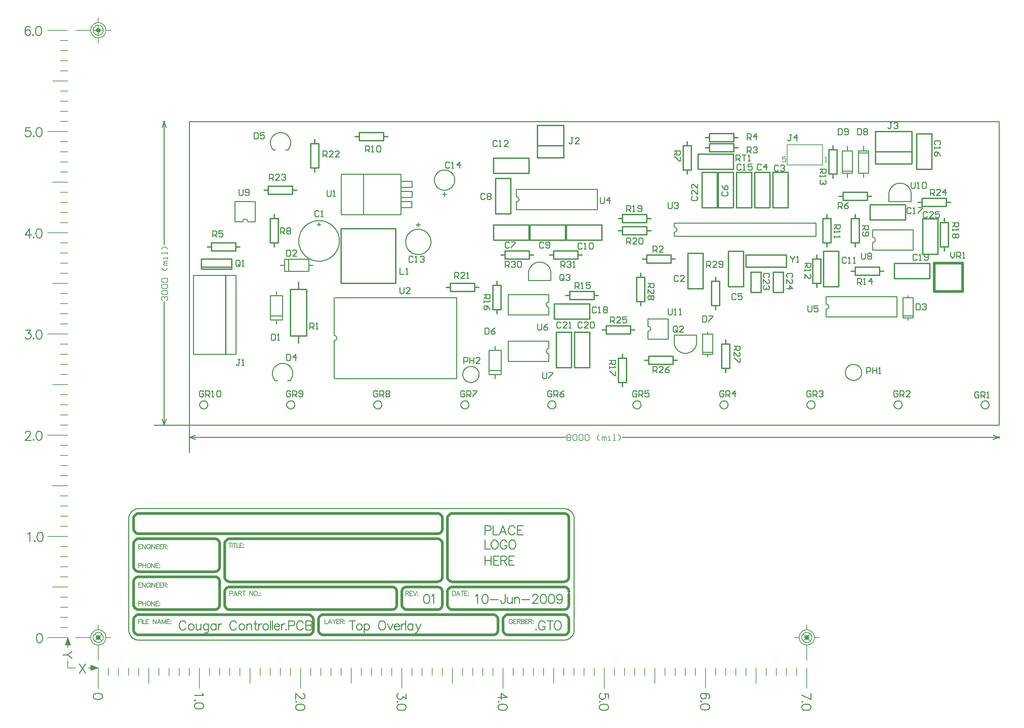
<source format=gto>
%FSLAX23Y23*%
%MOIN*%
G70*
G01*
G75*
%ADD10C,0.021*%
%ADD11C,0.012*%
%ADD12C,0.035*%
%ADD13C,0.025*%
%ADD14C,0.045*%
%ADD15C,0.055*%
%ADD16C,0.009*%
%ADD17C,0.008*%
%ADD18C,0.010*%
%ADD19C,0.006*%
%ADD20C,0.005*%
%ADD21C,0.060*%
%ADD22C,0.200*%
%ADD23C,0.062*%
%ADD24R,0.062X0.062*%
%ADD25R,0.052X0.052*%
%ADD26C,0.052*%
%ADD27C,0.080*%
%ADD28C,0.055*%
%ADD29R,0.050X0.050*%
%ADD30C,0.050*%
%ADD31C,0.120*%
%ADD32R,0.060X0.060*%
%ADD33R,0.100X0.100*%
%ADD34C,0.100*%
%ADD35R,0.080X0.080*%
%ADD36P,0.065X8X0*%
%ADD37C,0.065*%
%ADD38R,0.065X0.065*%
D11*
X13903Y9772D02*
X13943D01*
X14183D02*
X14223D01*
X13943Y9812D02*
X14183D01*
X13943Y9732D02*
Y9812D01*
Y9732D02*
X14183D01*
Y9812D01*
X11063Y8512D02*
X11103D01*
X10783D02*
X10823D01*
Y8472D02*
X11063D01*
Y8552D01*
X10823D02*
X11063D01*
X10823Y8472D02*
Y8552D01*
X11483Y8212D02*
X11523D01*
X11203D02*
X11243D01*
Y8172D02*
X11483D01*
Y8252D01*
X11243D02*
X11483D01*
X11243Y8172D02*
Y8252D01*
X12003Y8092D02*
Y8132D01*
Y8372D02*
Y8412D01*
X11963Y8132D02*
Y8372D01*
Y8132D02*
X12043D01*
Y8372D01*
X11963D02*
X12043D01*
X11163Y8752D02*
Y8792D01*
Y9032D02*
Y9072D01*
X11123Y8792D02*
Y9032D01*
Y8792D02*
X11203D01*
Y9032D01*
X11123D02*
X11203D01*
X11903Y8712D02*
Y8752D01*
Y8992D02*
Y9032D01*
X11863Y8752D02*
Y8992D01*
Y8752D02*
X11943D01*
Y8992D01*
X11863D02*
X11943D01*
X10063Y9252D02*
X10103D01*
X9783D02*
X9823D01*
Y9212D02*
X10063D01*
Y9292D01*
X9823D02*
X10063D01*
X9823Y9212D02*
Y9292D01*
X10263Y9252D02*
X10303D01*
X10543D02*
X10583D01*
X10303Y9292D02*
X10543D01*
X10303Y9212D02*
Y9292D01*
Y9212D02*
X10543D01*
Y9292D01*
X7163Y9332D02*
X7203D01*
X6883D02*
X6923D01*
Y9292D02*
X7163D01*
Y9372D01*
X6923D02*
X7163D01*
X6923Y9292D02*
Y9372D01*
X7483Y9852D02*
Y9932D01*
X7723D01*
Y9852D02*
Y9932D01*
X7483Y9852D02*
X7723D01*
X7443Y9892D02*
X7483D01*
X7723D02*
X7763D01*
X7903Y10352D02*
X7983D01*
Y10112D02*
Y10352D01*
X7903Y10112D02*
X7983D01*
X7903D02*
Y10352D01*
X7943D02*
Y10392D01*
Y10072D02*
Y10112D01*
X9283Y8892D02*
Y8972D01*
X9523D01*
Y8892D02*
Y8972D01*
X9283Y8892D02*
X9523D01*
X9243Y8932D02*
X9283D01*
X9523D02*
X9563D01*
X11223Y9452D02*
Y9532D01*
X10983Y9452D02*
X11223D01*
X10983D02*
Y9532D01*
X11223D01*
Y9492D02*
X11263D01*
X10943D02*
X10983D01*
X11223Y9572D02*
Y9652D01*
X10983Y9572D02*
X11223D01*
X10983D02*
Y9652D01*
X11223D01*
Y9612D02*
X11263D01*
X10943D02*
X10983D01*
X14123Y9332D02*
X14203D01*
X14123D02*
Y9572D01*
X14203D01*
Y9332D02*
Y9572D01*
X14163Y9292D02*
Y9332D01*
Y9572D02*
Y9612D01*
X10943Y8232D02*
X11023D01*
Y7992D02*
Y8232D01*
X10943Y7992D02*
X11023D01*
X10943D02*
Y8232D01*
X10983D02*
Y8272D01*
Y7952D02*
Y7992D01*
X9703Y8712D02*
X9783D01*
X9703D02*
Y8952D01*
X9783D01*
Y8712D02*
Y8952D01*
X9743Y8672D02*
Y8712D01*
Y8952D02*
Y8992D01*
X13523Y9052D02*
Y9132D01*
X13283Y9052D02*
X13523D01*
X13283D02*
Y9132D01*
X13523D01*
Y9092D02*
X13563D01*
X13243D02*
X13283D01*
X12863Y8972D02*
X12943D01*
X12863D02*
Y9212D01*
X12943D01*
Y8972D02*
Y9212D01*
X12903Y8932D02*
Y8972D01*
Y9212D02*
Y9252D01*
X12963Y9612D02*
X13043D01*
Y9372D02*
Y9612D01*
X12963Y9372D02*
X13043D01*
X12963D02*
Y9612D01*
X13003D02*
Y9652D01*
Y9332D02*
Y9372D01*
X8623Y10382D02*
Y10462D01*
X8383Y10382D02*
X8623D01*
X8383D02*
Y10462D01*
X8623D01*
Y10422D02*
X8663D01*
X8343D02*
X8383D01*
X13243Y9372D02*
X13323D01*
X13243D02*
Y9612D01*
X13323D01*
Y9372D02*
Y9612D01*
X13283Y9332D02*
Y9372D01*
Y9612D02*
Y9652D01*
X7503Y9612D02*
X7583D01*
Y9372D02*
Y9612D01*
X7503Y9372D02*
X7583D01*
X7503D02*
Y9612D01*
X7543D02*
Y9652D01*
Y9332D02*
Y9372D01*
X11583Y10332D02*
X11663D01*
Y10092D02*
Y10332D01*
X11583Y10092D02*
X11663D01*
X11583D02*
Y10332D01*
X11623D02*
Y10372D01*
Y10052D02*
Y10092D01*
X13403Y9792D02*
Y9872D01*
X13163Y9792D02*
X13403D01*
X13163D02*
Y9872D01*
X13403D01*
Y9832D02*
X13443D01*
X13123D02*
X13163D01*
X12083Y10372D02*
Y10452D01*
X11843Y10372D02*
X12083D01*
X11843D02*
Y10452D01*
X12083D01*
Y10412D02*
X12123D01*
X11803D02*
X11843D01*
X12083Y10272D02*
Y10352D01*
X11843Y10272D02*
X12083D01*
X11843D02*
Y10352D01*
X12083D01*
Y10312D02*
X12123D01*
X11803D02*
X11843D01*
X11463Y9172D02*
Y9252D01*
X11223Y9172D02*
X11463D01*
X11223D02*
Y9252D01*
X11463D01*
Y9212D02*
X11503D01*
X11183D02*
X11223D01*
X12573Y8882D02*
Y9082D01*
X12473D02*
X12573D01*
X12473Y8882D02*
Y9082D01*
Y8882D02*
X12573D01*
X12353D02*
Y9082D01*
X12253D02*
X12353D01*
X12253Y8882D02*
Y9082D01*
Y8882D02*
X12353D01*
X12078Y10097D02*
Y10247D01*
X11728Y10097D02*
X12078D01*
X11728D02*
Y10247D01*
X12078D01*
X11768Y10067D02*
X11918D01*
Y9717D02*
Y10067D01*
X11768Y9717D02*
X11918D01*
X11768D02*
Y10067D01*
X10328Y8487D02*
X10478D01*
Y8137D02*
Y8487D01*
X10328Y8137D02*
X10478D01*
X10328D02*
Y8487D01*
X10508D02*
X10658D01*
Y8137D02*
Y8487D01*
X10508Y8137D02*
X10658D01*
X10508D02*
Y8487D01*
X13668Y9017D02*
Y9167D01*
X14018D01*
Y9017D02*
Y9167D01*
X13668Y9017D02*
X14018D01*
X10658Y8617D02*
Y8767D01*
X10308Y8617D02*
X10658D01*
X10308D02*
Y8767D01*
X10658D01*
X13778Y9597D02*
Y9747D01*
X13428Y9597D02*
X13778D01*
X13428D02*
Y9747D01*
X13778D01*
X13888Y10097D02*
X14038D01*
X13888D02*
Y10447D01*
X14038D01*
Y10097D02*
Y10447D01*
X12108Y10067D02*
X12258D01*
Y9717D02*
Y10067D01*
X12108Y9717D02*
X12258D01*
X12108D02*
Y10067D01*
X10058Y10057D02*
Y10207D01*
X9708Y10057D02*
X10058D01*
X9708D02*
Y10207D01*
X10058D01*
X12968Y9287D02*
X13118D01*
Y8937D02*
Y9287D01*
X12968Y8937D02*
X13118D01*
X12968D02*
Y9287D01*
X10778Y9397D02*
Y9547D01*
X10428Y9397D02*
X10778D01*
X10428D02*
Y9547D01*
X10778D01*
X10418Y9397D02*
Y9547D01*
X10068Y9397D02*
X10418D01*
X10068D02*
Y9547D01*
X10418D01*
X9728Y10007D02*
X9878D01*
Y9657D02*
Y10007D01*
X9728Y9657D02*
X9878D01*
X9728D02*
Y10007D01*
X10058Y9397D02*
Y9547D01*
X9708Y9397D02*
X10058D01*
X9708D02*
Y9547D01*
X10058D01*
X11928Y10067D02*
X12078D01*
Y9717D02*
Y10067D01*
X11928Y9717D02*
X12078D01*
X11928D02*
Y10067D01*
X12028Y8937D02*
X12178D01*
X12028D02*
Y9287D01*
X12178D01*
Y8937D02*
Y9287D01*
X12468Y10067D02*
X12618D01*
Y9717D02*
Y10067D01*
X12468Y9717D02*
X12618D01*
X12468D02*
Y10067D01*
X11628Y8917D02*
X11778D01*
X11628D02*
Y9267D01*
X11778D01*
Y8917D02*
Y9267D01*
X12603Y9132D02*
Y9252D01*
X12203D02*
X12603D01*
X12203Y9132D02*
Y9252D01*
Y9132D02*
X12603D01*
X12288Y9717D02*
Y10067D01*
Y9717D02*
X12438D01*
Y10067D01*
X12288D02*
X12438D01*
X10703Y8852D02*
X10743D01*
X10423D02*
X10463D01*
Y8812D02*
X10703D01*
Y8892D01*
X10463D02*
X10703D01*
X10463Y8812D02*
Y8892D01*
X8203Y8972D02*
Y9512D01*
Y8972D02*
X8743D01*
Y9512D01*
X8203D02*
X8743D01*
X7063Y8272D02*
Y9052D01*
X7703Y8452D02*
Y8912D01*
X7863D01*
Y8452D02*
Y8912D01*
X7703Y8452D02*
X7863D01*
X7783Y8382D02*
Y8452D01*
Y8912D02*
Y8982D01*
X13948Y9257D02*
Y9607D01*
Y9257D02*
X14098D01*
Y9607D01*
X13948D02*
X14098D01*
X13063Y10012D02*
Y10052D01*
Y10292D02*
Y10332D01*
X13023Y10052D02*
Y10292D01*
Y10052D02*
X13103D01*
Y10292D01*
X13023D02*
X13103D01*
X10143Y10332D02*
X10403D01*
Y10212D02*
Y10532D01*
X10143D02*
X10403D01*
X10143Y10212D02*
Y10532D01*
Y10212D02*
X10403D01*
X13483Y10152D02*
X13843D01*
X13483D02*
Y10472D01*
X13843D01*
Y10152D02*
Y10472D01*
X13483Y10272D02*
X13843D01*
X6823Y9112D02*
X7123D01*
Y9212D01*
X6823D02*
X7123D01*
X6823Y9112D02*
Y9212D01*
Y9132D02*
X7123D01*
D13*
X14343Y8892D02*
Y9172D01*
X14063Y8892D02*
X14343D01*
X14063D02*
Y9172D01*
X14343D01*
X10453Y5923D02*
X10452Y5932D01*
X10449Y5942D01*
X10445Y5950D01*
X10439Y5957D01*
X10431Y5964D01*
X10423Y5968D01*
X10414Y5971D01*
X10404Y5972D01*
X9303D02*
X9293Y5971D01*
X9284Y5968D01*
X9275Y5963D01*
X9268Y5957D01*
X9262Y5950D01*
X9257Y5941D01*
X9254Y5932D01*
X9253Y5922D01*
X10403Y6022D02*
X10413Y6023D01*
X10422Y6026D01*
X10431Y6030D01*
X10438Y6036D01*
X10445Y6044D01*
X10449Y6053D01*
X10452Y6062D01*
X10453Y6072D01*
X9253D02*
X9254Y6062D01*
X9257Y6053D01*
X9262Y6044D01*
X9268Y6036D01*
X9275Y6030D01*
X9284Y6026D01*
X9293Y6023D01*
X9303Y6022D01*
X10453Y6648D02*
X10452Y6658D01*
X10449Y6667D01*
X10445Y6676D01*
X10438Y6683D01*
X10430Y6689D01*
X10422Y6694D01*
X10412Y6696D01*
X10402Y6697D01*
X10403Y5747D02*
X10413Y5748D01*
X10422Y5751D01*
X10431Y5755D01*
X10438Y5761D01*
X10445Y5769D01*
X10449Y5778D01*
X10452Y5787D01*
X10453Y5797D01*
X10453Y5648D02*
X10452Y5657D01*
X10449Y5667D01*
X10444Y5675D01*
X10438Y5682D01*
X10431Y5689D01*
X10422Y5693D01*
X10413Y5696D01*
X10403Y5697D01*
Y5497D02*
X10413Y5498D01*
X10422Y5501D01*
X10431Y5505D01*
X10438Y5511D01*
X10445Y5519D01*
X10449Y5528D01*
X10452Y5537D01*
X10453Y5547D01*
X9153Y5747D02*
X9163Y5748D01*
X9172Y5751D01*
X9181Y5755D01*
X9188Y5761D01*
X9195Y5769D01*
X9199Y5778D01*
X9202Y5787D01*
X9203Y5797D01*
X9253Y5796D02*
X9254Y5786D01*
X9257Y5777D01*
X9262Y5768D01*
X9268Y5761D01*
X9275Y5755D01*
X9284Y5750D01*
X9293Y5748D01*
X9303Y5747D01*
X9203Y5923D02*
X9202Y5932D01*
X9199Y5942D01*
X9195Y5950D01*
X9189Y5957D01*
X9181Y5964D01*
X9173Y5968D01*
X9164Y5971D01*
X9154Y5972D01*
X6153Y5547D02*
X6154Y5537D01*
X6157Y5528D01*
X6161Y5519D01*
X6167Y5512D01*
X6175Y5506D01*
X6183Y5501D01*
X6193Y5498D01*
X6202Y5497D01*
X9154Y6022D02*
X9164Y6023D01*
X9173Y6026D01*
X9181Y6031D01*
X9189Y6037D01*
X9195Y6044D01*
X9199Y6053D01*
X9202Y6062D01*
X9203Y6072D01*
X6203Y5697D02*
X6193Y5696D01*
X6184Y5693D01*
X6175Y5688D01*
X6168Y5682D01*
X6162Y5675D01*
X6157Y5666D01*
X6154Y5657D01*
X6153Y5647D01*
X9203Y6397D02*
X9202Y6407D01*
X9199Y6416D01*
X9195Y6425D01*
X9188Y6432D01*
X9181Y6438D01*
X9172Y6443D01*
X9163Y6446D01*
X9153Y6447D01*
Y6497D02*
X9163Y6498D01*
X9172Y6501D01*
X9181Y6505D01*
X9188Y6511D01*
X9195Y6519D01*
X9199Y6528D01*
X9202Y6537D01*
X9203Y6547D01*
X9303Y6697D02*
X9293Y6696D01*
X9284Y6693D01*
X9275Y6688D01*
X9268Y6682D01*
X9262Y6675D01*
X9257Y6666D01*
X9254Y6657D01*
X9253Y6647D01*
X9203D02*
X9202Y6657D01*
X9199Y6666D01*
X9195Y6675D01*
X9188Y6682D01*
X9181Y6688D01*
X9172Y6693D01*
X9163Y6696D01*
X9153Y6697D01*
X6203D02*
X6193Y6696D01*
X6184Y6693D01*
X6175Y6688D01*
X6168Y6682D01*
X6162Y6675D01*
X6157Y6666D01*
X6154Y6657D01*
X6153Y6647D01*
Y6547D02*
X6154Y6537D01*
X6157Y6528D01*
X6162Y6519D01*
X6168Y6511D01*
X6175Y6505D01*
X6184Y6501D01*
X6193Y6498D01*
X6203Y6497D01*
Y6447D02*
X6193Y6446D01*
X6184Y6443D01*
X6175Y6438D01*
X6168Y6432D01*
X6162Y6425D01*
X6157Y6416D01*
X6154Y6407D01*
X6153Y6397D01*
Y6172D02*
X6154Y6162D01*
X6157Y6153D01*
X6162Y6144D01*
X6168Y6136D01*
X6175Y6130D01*
X6184Y6126D01*
X6193Y6123D01*
X6203Y6122D01*
Y6072D02*
X6193Y6071D01*
X6184Y6068D01*
X6175Y6063D01*
X6168Y6057D01*
X6162Y6050D01*
X6157Y6041D01*
X6154Y6032D01*
X6153Y6022D01*
Y5797D02*
X6154Y5787D01*
X6157Y5778D01*
X6161Y5769D01*
X6167Y5762D01*
X6175Y5756D01*
X6183Y5751D01*
X6193Y5748D01*
X6202Y5747D01*
X7103Y6447D02*
X7093Y6446D01*
X7084Y6443D01*
X7075Y6438D01*
X7068Y6432D01*
X7062Y6425D01*
X7057Y6416D01*
X7054Y6407D01*
X7053Y6397D01*
X7103Y5972D02*
X7093Y5971D01*
X7084Y5968D01*
X7075Y5963D01*
X7068Y5957D01*
X7062Y5950D01*
X7057Y5941D01*
X7054Y5932D01*
X7053Y5922D01*
X8851Y5972D02*
X8841Y5971D01*
X8832Y5968D01*
X8824Y5963D01*
X8816Y5957D01*
X8810Y5949D01*
X8806Y5940D01*
X8804Y5931D01*
X8803Y5921D01*
X8803Y5798D02*
X8804Y5788D01*
X8807Y5778D01*
X8812Y5770D01*
X8818Y5762D01*
X8825Y5756D01*
X8834Y5751D01*
X8843Y5748D01*
X8853Y5747D01*
X8704Y5747D02*
X8714Y5748D01*
X8723Y5751D01*
X8732Y5755D01*
X8739Y5761D01*
X8745Y5769D01*
X8750Y5778D01*
X8752Y5787D01*
X8753Y5797D01*
X8753Y5923D02*
X8752Y5932D01*
X8749Y5942D01*
X8745Y5950D01*
X8739Y5957D01*
X8731Y5964D01*
X8723Y5968D01*
X8714Y5971D01*
X8704Y5972D01*
X6954Y5747D02*
X6964Y5748D01*
X6973Y5751D01*
X6981Y5755D01*
X6989Y5761D01*
X6995Y5769D01*
X6999Y5777D01*
X7002Y5786D01*
X7003Y5796D01*
X7053D02*
X7054Y5786D01*
X7057Y5777D01*
X7061Y5769D01*
X7067Y5761D01*
X7075Y5755D01*
X7083Y5751D01*
X7093Y5748D01*
X7102Y5747D01*
X7053Y6071D02*
X7054Y6061D01*
X7057Y6052D01*
X7061Y6044D01*
X7067Y6036D01*
X7075Y6030D01*
X7083Y6026D01*
X7093Y6023D01*
X7102Y6022D01*
X7003Y6023D02*
X7002Y6033D01*
X6999Y6042D01*
X6995Y6051D01*
X6988Y6058D01*
X6980Y6064D01*
X6972Y6069D01*
X6962Y6071D01*
X6952Y6072D01*
X6955Y6122D02*
X6964Y6123D01*
X6973Y6125D01*
X6982Y6130D01*
X6989Y6136D01*
X6995Y6143D01*
X6999Y6151D01*
X7002Y6160D01*
X7003Y6170D01*
Y6398D02*
X7002Y6407D01*
X6999Y6417D01*
X6995Y6425D01*
X6989Y6432D01*
X6981Y6439D01*
X6973Y6443D01*
X6964Y6446D01*
X6954Y6447D01*
X9853Y5697D02*
X9843Y5696D01*
X9834Y5693D01*
X9825Y5688D01*
X9818Y5682D01*
X9812Y5675D01*
X9807Y5666D01*
X9804Y5657D01*
X9803Y5647D01*
Y5546D02*
X9804Y5536D01*
X9807Y5527D01*
X9812Y5518D01*
X9818Y5511D01*
X9825Y5505D01*
X9834Y5500D01*
X9843Y5498D01*
X9853Y5497D01*
X9704Y5497D02*
X9714Y5498D01*
X9723Y5500D01*
X9732Y5505D01*
X9739Y5511D01*
X9745Y5519D01*
X9750Y5527D01*
X9752Y5537D01*
X9753Y5546D01*
X9753Y5647D02*
X9752Y5657D01*
X9749Y5666D01*
X9745Y5675D01*
X9738Y5682D01*
X9731Y5688D01*
X9722Y5693D01*
X9713Y5696D01*
X9703Y5697D01*
X7978Y5547D02*
X7979Y5537D01*
X7982Y5528D01*
X7986Y5519D01*
X7992Y5512D01*
X8000Y5506D01*
X8008Y5501D01*
X8018Y5498D01*
X8027Y5497D01*
X8028Y5697D02*
X8018Y5696D01*
X8009Y5693D01*
X8000Y5688D01*
X7993Y5682D01*
X7987Y5675D01*
X7982Y5666D01*
X7979Y5657D01*
X7978Y5647D01*
X7879Y5497D02*
X7889Y5498D01*
X7898Y5500D01*
X7907Y5505D01*
X7914Y5511D01*
X7920Y5519D01*
X7925Y5527D01*
X7927Y5537D01*
X7928Y5546D01*
X7928Y5647D02*
X7927Y5657D01*
X7924Y5666D01*
X7920Y5675D01*
X7913Y5682D01*
X7906Y5688D01*
X7897Y5693D01*
X7888Y5696D01*
X7878Y5697D01*
X8028Y5497D02*
X9703D01*
X6203D02*
X7878D01*
X6203Y5697D02*
X7878D01*
X8028D02*
X9703D01*
X9853Y5497D02*
X10403D01*
X9853Y5697D02*
X10403D01*
X6203Y6697D02*
X9153D01*
X6203Y5747D02*
X6953D01*
X6203Y6072D02*
X6953D01*
X6203Y6122D02*
X6953D01*
X6203Y6447D02*
X6953D01*
X6203Y6497D02*
X9153D01*
X7103Y6447D02*
X9153D01*
X7103Y5972D02*
X8703D01*
X7103Y5747D02*
X8703D01*
X8853D02*
X9153D01*
X8853Y5972D02*
X9153D01*
X9303Y5747D02*
X10403D01*
X9303Y6697D02*
X10403D01*
X7103Y6022D02*
X9153D01*
X9303D02*
X10403D01*
X9303Y5972D02*
X10403D01*
X7928Y5547D02*
Y5647D01*
X7978Y5547D02*
Y5647D01*
X9753Y5547D02*
Y5647D01*
X9803Y5547D02*
Y5647D01*
X6153Y5797D02*
Y6022D01*
X7003Y5797D02*
Y6022D01*
X6153Y6172D02*
Y6397D01*
X7003Y6172D02*
Y6397D01*
X6153Y6547D02*
Y6647D01*
X9203Y6547D02*
Y6647D01*
Y6072D02*
Y6397D01*
X7053Y6072D02*
Y6397D01*
X8753Y5797D02*
Y5922D01*
X7053Y5797D02*
Y5922D01*
X8803Y5797D02*
Y5922D01*
X9203Y5797D02*
Y5922D01*
X10453Y5547D02*
Y5647D01*
Y5797D02*
Y5897D01*
X6153Y5547D02*
Y5647D01*
X9253Y6072D02*
Y6647D01*
X10453Y6072D02*
Y6647D01*
X9253Y5797D02*
Y5922D01*
D16*
X10127Y5555D02*
X10123Y5551D01*
X10127Y5547D01*
X10132Y5551D01*
X10127Y5555D01*
X10216Y5615D02*
X10211Y5624D01*
X10203Y5633D01*
X10194Y5637D01*
X10177D01*
X10169Y5633D01*
X10160Y5624D01*
X10156Y5615D01*
X10151Y5603D01*
Y5581D01*
X10156Y5568D01*
X10160Y5560D01*
X10169Y5551D01*
X10177Y5547D01*
X10194D01*
X10203Y5551D01*
X10211Y5560D01*
X10216Y5568D01*
Y5581D01*
X10194D02*
X10216D01*
X10266Y5637D02*
Y5547D01*
X10236Y5637D02*
X10296D01*
X10333D02*
X10324Y5633D01*
X10316Y5624D01*
X10311Y5615D01*
X10307Y5603D01*
Y5581D01*
X10311Y5568D01*
X10316Y5560D01*
X10324Y5551D01*
X10333Y5547D01*
X10350D01*
X10358Y5551D01*
X10367Y5560D01*
X10371Y5568D01*
X10375Y5581D01*
Y5603D01*
X10371Y5615D01*
X10367Y5624D01*
X10358Y5633D01*
X10350Y5637D01*
X10333D01*
X5130Y11499D02*
X5125Y11507D01*
X5112Y11512D01*
X5104D01*
X5091Y11507D01*
X5082Y11495D01*
X5078Y11473D01*
Y11452D01*
X5082Y11435D01*
X5091Y11426D01*
X5104Y11422D01*
X5108D01*
X5121Y11426D01*
X5130Y11435D01*
X5134Y11448D01*
Y11452D01*
X5130Y11465D01*
X5121Y11473D01*
X5108Y11478D01*
X5104D01*
X5091Y11473D01*
X5082Y11465D01*
X5078Y11452D01*
X5158Y11430D02*
X5154Y11426D01*
X5158Y11422D01*
X5162Y11426D01*
X5158Y11430D01*
X5208Y11512D02*
X5195Y11507D01*
X5186Y11495D01*
X5182Y11473D01*
Y11460D01*
X5186Y11439D01*
X5195Y11426D01*
X5208Y11422D01*
X5216D01*
X5229Y11426D01*
X5238Y11439D01*
X5242Y11460D01*
Y11473D01*
X5238Y11495D01*
X5229Y11507D01*
X5216Y11512D01*
X5208D01*
X5121Y9512D02*
X5078Y9452D01*
X5142D01*
X5121Y9512D02*
Y9422D01*
X5163Y9430D02*
X5158Y9426D01*
X5163Y9422D01*
X5167Y9426D01*
X5163Y9430D01*
X5212Y9512D02*
X5199Y9507D01*
X5191Y9495D01*
X5187Y9473D01*
Y9460D01*
X5191Y9439D01*
X5199Y9426D01*
X5212Y9422D01*
X5221D01*
X5234Y9426D01*
X5242Y9439D01*
X5247Y9460D01*
Y9473D01*
X5242Y9495D01*
X5234Y9507D01*
X5221Y9512D01*
X5212D01*
X5082Y7490D02*
Y7495D01*
X5087Y7503D01*
X5091Y7508D01*
X5100Y7512D01*
X5117D01*
X5125Y7508D01*
X5130Y7503D01*
X5134Y7495D01*
Y7486D01*
X5130Y7478D01*
X5121Y7465D01*
X5078Y7422D01*
X5138D01*
X5163Y7430D02*
X5158Y7426D01*
X5163Y7422D01*
X5167Y7426D01*
X5163Y7430D01*
X5212Y7512D02*
X5199Y7508D01*
X5191Y7495D01*
X5187Y7473D01*
Y7460D01*
X5191Y7439D01*
X5199Y7426D01*
X5212Y7422D01*
X5221D01*
X5234Y7426D01*
X5242Y7439D01*
X5247Y7460D01*
Y7473D01*
X5242Y7495D01*
X5234Y7508D01*
X5221Y7512D01*
X5212D01*
X5216Y5512D02*
X5203Y5508D01*
X5195Y5495D01*
X5191Y5473D01*
Y5460D01*
X5195Y5439D01*
X5203Y5426D01*
X5216Y5422D01*
X5225D01*
X5238Y5426D01*
X5246Y5439D01*
X5251Y5460D01*
Y5473D01*
X5246Y5495D01*
X5238Y5508D01*
X5225Y5512D01*
X5216D01*
X5103Y6495D02*
X5112Y6499D01*
X5125Y6512D01*
Y6422D01*
X5173Y6430D02*
X5169Y6426D01*
X5173Y6422D01*
X5178Y6426D01*
X5173Y6430D01*
X5223Y6512D02*
X5210Y6508D01*
X5202Y6495D01*
X5197Y6473D01*
Y6460D01*
X5202Y6439D01*
X5210Y6426D01*
X5223Y6422D01*
X5232D01*
X5245Y6426D01*
X5253Y6439D01*
X5257Y6460D01*
Y6473D01*
X5253Y6495D01*
X5245Y6508D01*
X5232Y6512D01*
X5223D01*
X5087Y8512D02*
X5134D01*
X5108Y8478D01*
X5121D01*
X5130Y8473D01*
X5134Y8469D01*
X5138Y8456D01*
Y8448D01*
X5134Y8435D01*
X5125Y8426D01*
X5112Y8422D01*
X5100D01*
X5087Y8426D01*
X5082Y8430D01*
X5078Y8439D01*
X5163Y8430D02*
X5158Y8426D01*
X5163Y8422D01*
X5167Y8426D01*
X5163Y8430D01*
X5212Y8512D02*
X5199Y8507D01*
X5191Y8495D01*
X5187Y8473D01*
Y8460D01*
X5191Y8439D01*
X5199Y8426D01*
X5212Y8422D01*
X5221D01*
X5234Y8426D01*
X5242Y8439D01*
X5247Y8460D01*
Y8473D01*
X5242Y8495D01*
X5234Y8507D01*
X5221Y8512D01*
X5212D01*
X5130Y10512D02*
X5087D01*
X5082Y10473D01*
X5087Y10478D01*
X5100Y10482D01*
X5112D01*
X5125Y10478D01*
X5134Y10469D01*
X5138Y10456D01*
Y10448D01*
X5134Y10435D01*
X5125Y10426D01*
X5112Y10422D01*
X5100D01*
X5087Y10426D01*
X5082Y10430D01*
X5078Y10439D01*
X5163Y10430D02*
X5158Y10426D01*
X5163Y10422D01*
X5167Y10426D01*
X5163Y10430D01*
X5212Y10512D02*
X5199Y10507D01*
X5191Y10495D01*
X5187Y10473D01*
Y10460D01*
X5191Y10439D01*
X5199Y10426D01*
X5212Y10422D01*
X5221D01*
X5234Y10426D01*
X5242Y10439D01*
X5247Y10460D01*
Y10473D01*
X5242Y10495D01*
X5234Y10507D01*
X5221Y10512D01*
X5212D01*
X12843Y4862D02*
X12753Y4905D01*
X12843Y4922D02*
Y4862D01*
X12762Y4837D02*
X12757Y4842D01*
X12753Y4837D01*
X12757Y4833D01*
X12762Y4837D01*
X12843Y4788D02*
X12839Y4801D01*
X12826Y4809D01*
X12805Y4813D01*
X12792D01*
X12770Y4809D01*
X12757Y4801D01*
X12753Y4788D01*
Y4779D01*
X12757Y4766D01*
X12770Y4758D01*
X12792Y4753D01*
X12805D01*
X12826Y4758D01*
X12839Y4766D01*
X12843Y4779D01*
Y4788D01*
X10843Y4870D02*
Y4913D01*
X10805Y4918D01*
X10809Y4913D01*
X10813Y4900D01*
Y4888D01*
X10809Y4875D01*
X10800Y4866D01*
X10787Y4862D01*
X10779D01*
X10766Y4866D01*
X10757Y4875D01*
X10753Y4888D01*
Y4900D01*
X10757Y4913D01*
X10762Y4918D01*
X10770Y4922D01*
X10762Y4837D02*
X10757Y4842D01*
X10753Y4837D01*
X10757Y4833D01*
X10762Y4837D01*
X10843Y4788D02*
X10839Y4801D01*
X10826Y4809D01*
X10805Y4813D01*
X10792D01*
X10770Y4809D01*
X10757Y4801D01*
X10753Y4788D01*
Y4779D01*
X10757Y4766D01*
X10770Y4758D01*
X10792Y4753D01*
X10805D01*
X10826Y4758D01*
X10839Y4766D01*
X10843Y4779D01*
Y4788D01*
X8843Y4913D02*
Y4866D01*
X8809Y4892D01*
Y4879D01*
X8805Y4870D01*
X8800Y4866D01*
X8787Y4862D01*
X8779D01*
X8766Y4866D01*
X8757Y4875D01*
X8753Y4888D01*
Y4900D01*
X8757Y4913D01*
X8762Y4918D01*
X8770Y4922D01*
X8762Y4837D02*
X8757Y4842D01*
X8753Y4837D01*
X8757Y4833D01*
X8762Y4837D01*
X8843Y4788D02*
X8839Y4801D01*
X8826Y4809D01*
X8805Y4813D01*
X8792D01*
X8770Y4809D01*
X8757Y4801D01*
X8753Y4788D01*
Y4779D01*
X8757Y4766D01*
X8770Y4758D01*
X8792Y4753D01*
X8805D01*
X8826Y4758D01*
X8839Y4766D01*
X8843Y4779D01*
Y4788D01*
X6826Y4922D02*
X6830Y4913D01*
X6843Y4900D01*
X6753D01*
X6762Y4852D02*
X6757Y4856D01*
X6753Y4852D01*
X6757Y4847D01*
X6762Y4852D01*
X6843Y4802D02*
X6839Y4815D01*
X6826Y4823D01*
X6805Y4828D01*
X6792D01*
X6770Y4823D01*
X6757Y4815D01*
X6753Y4802D01*
Y4793D01*
X6757Y4780D01*
X6770Y4772D01*
X6792Y4768D01*
X6805D01*
X6826Y4772D01*
X6839Y4780D01*
X6843Y4793D01*
Y4802D01*
X5843Y4896D02*
X5839Y4909D01*
X5826Y4918D01*
X5805Y4922D01*
X5792D01*
X5770Y4918D01*
X5757Y4909D01*
X5753Y4896D01*
Y4888D01*
X5757Y4875D01*
X5770Y4866D01*
X5792Y4862D01*
X5805D01*
X5826Y4866D01*
X5839Y4875D01*
X5843Y4888D01*
Y4896D01*
X7822Y4918D02*
X7826D01*
X7835Y4913D01*
X7839Y4909D01*
X7843Y4900D01*
Y4883D01*
X7839Y4875D01*
X7835Y4870D01*
X7826Y4866D01*
X7817D01*
X7809Y4870D01*
X7796Y4879D01*
X7753Y4922D01*
Y4862D01*
X7762Y4837D02*
X7757Y4842D01*
X7753Y4837D01*
X7757Y4833D01*
X7762Y4837D01*
X7843Y4788D02*
X7839Y4801D01*
X7826Y4809D01*
X7805Y4813D01*
X7792D01*
X7770Y4809D01*
X7757Y4801D01*
X7753Y4788D01*
Y4779D01*
X7757Y4766D01*
X7770Y4758D01*
X7792Y4753D01*
X7805D01*
X7826Y4758D01*
X7839Y4766D01*
X7843Y4779D01*
Y4788D01*
X9843Y4879D02*
X9783Y4922D01*
Y4858D01*
X9843Y4879D02*
X9753D01*
X9762Y4837D02*
X9757Y4842D01*
X9753Y4837D01*
X9757Y4833D01*
X9762Y4837D01*
X9843Y4788D02*
X9839Y4801D01*
X9826Y4809D01*
X9805Y4813D01*
X9792D01*
X9770Y4809D01*
X9757Y4801D01*
X9753Y4788D01*
Y4779D01*
X9757Y4766D01*
X9770Y4758D01*
X9792Y4753D01*
X9805D01*
X9826Y4758D01*
X9839Y4766D01*
X9843Y4779D01*
Y4788D01*
X11830Y4870D02*
X11839Y4875D01*
X11843Y4888D01*
Y4896D01*
X11839Y4909D01*
X11826Y4918D01*
X11805Y4922D01*
X11783D01*
X11766Y4918D01*
X11757Y4909D01*
X11753Y4896D01*
Y4892D01*
X11757Y4879D01*
X11766Y4870D01*
X11779Y4866D01*
X11783D01*
X11796Y4870D01*
X11805Y4879D01*
X11809Y4892D01*
Y4896D01*
X11805Y4909D01*
X11796Y4918D01*
X11783Y4922D01*
X11762Y4842D02*
X11757Y4846D01*
X11753Y4842D01*
X11757Y4838D01*
X11762Y4842D01*
X11843Y4792D02*
X11839Y4805D01*
X11826Y4814D01*
X11805Y4818D01*
X11792D01*
X11770Y4814D01*
X11757Y4805D01*
X11753Y4792D01*
Y4784D01*
X11757Y4771D01*
X11770Y4762D01*
X11792Y4758D01*
X11805D01*
X11826Y4762D01*
X11839Y4771D01*
X11843Y4784D01*
Y4792D01*
X5616Y5212D02*
X5676Y5122D01*
Y5212D02*
X5616Y5122D01*
X5543Y5334D02*
X5500Y5300D01*
X5453D01*
X5543Y5266D02*
X5500Y5300D01*
X9528Y5882D02*
X9537Y5886D01*
X9550Y5899D01*
Y5809D01*
X9620Y5899D02*
X9607Y5895D01*
X9598Y5882D01*
X9594Y5861D01*
Y5848D01*
X9598Y5826D01*
X9607Y5814D01*
X9620Y5809D01*
X9628D01*
X9641Y5814D01*
X9650Y5826D01*
X9654Y5848D01*
Y5861D01*
X9650Y5882D01*
X9641Y5895D01*
X9628Y5899D01*
X9620D01*
X9674Y5848D02*
X9751D01*
X9821Y5899D02*
Y5831D01*
X9816Y5818D01*
X9812Y5814D01*
X9804Y5809D01*
X9795D01*
X9786Y5814D01*
X9782Y5818D01*
X9778Y5831D01*
Y5839D01*
X9844Y5869D02*
Y5826D01*
X9848Y5814D01*
X9857Y5809D01*
X9870D01*
X9878Y5814D01*
X9891Y5826D01*
Y5869D02*
Y5809D01*
X9915Y5869D02*
Y5809D01*
Y5852D02*
X9927Y5865D01*
X9936Y5869D01*
X9949D01*
X9957Y5865D01*
X9962Y5852D01*
Y5809D01*
X9985Y5848D02*
X10062D01*
X10093Y5878D02*
Y5882D01*
X10098Y5891D01*
X10102Y5895D01*
X10110Y5899D01*
X10128D01*
X10136Y5895D01*
X10140Y5891D01*
X10145Y5882D01*
Y5874D01*
X10140Y5865D01*
X10132Y5852D01*
X10089Y5809D01*
X10149D01*
X10195Y5899D02*
X10182Y5895D01*
X10173Y5882D01*
X10169Y5861D01*
Y5848D01*
X10173Y5826D01*
X10182Y5814D01*
X10195Y5809D01*
X10203D01*
X10216Y5814D01*
X10225Y5826D01*
X10229Y5848D01*
Y5861D01*
X10225Y5882D01*
X10216Y5895D01*
X10203Y5899D01*
X10195D01*
X10275D02*
X10262Y5895D01*
X10254Y5882D01*
X10249Y5861D01*
Y5848D01*
X10254Y5826D01*
X10262Y5814D01*
X10275Y5809D01*
X10284D01*
X10296Y5814D01*
X10305Y5826D01*
X10309Y5848D01*
Y5861D01*
X10305Y5882D01*
X10296Y5895D01*
X10284Y5899D01*
X10275D01*
X10385Y5869D02*
X10381Y5856D01*
X10372Y5848D01*
X10359Y5844D01*
X10355D01*
X10342Y5848D01*
X10334Y5856D01*
X10329Y5869D01*
Y5874D01*
X10334Y5886D01*
X10342Y5895D01*
X10355Y5899D01*
X10359D01*
X10372Y5895D01*
X10381Y5886D01*
X10385Y5869D01*
Y5848D01*
X10381Y5826D01*
X10372Y5814D01*
X10359Y5809D01*
X10351D01*
X10338Y5814D01*
X10334Y5822D01*
X9623Y6277D02*
Y6187D01*
X9683Y6277D02*
Y6187D01*
X9623Y6234D02*
X9683D01*
X9764Y6277D02*
X9708D01*
Y6187D01*
X9764D01*
X9708Y6234D02*
X9742D01*
X9779Y6277D02*
Y6187D01*
Y6277D02*
X9817D01*
X9830Y6273D01*
X9834Y6268D01*
X9839Y6260D01*
Y6251D01*
X9834Y6243D01*
X9830Y6238D01*
X9817Y6234D01*
X9779D01*
X9809D02*
X9839Y6187D01*
X9914Y6277D02*
X9859D01*
Y6187D01*
X9914D01*
X9859Y6234D02*
X9893D01*
X9623Y6437D02*
Y6347D01*
X9675D01*
X9710Y6437D02*
X9702Y6432D01*
X9693Y6424D01*
X9689Y6415D01*
X9684Y6403D01*
Y6381D01*
X9689Y6368D01*
X9693Y6360D01*
X9702Y6351D01*
X9710Y6347D01*
X9727D01*
X9736Y6351D01*
X9744Y6360D01*
X9749Y6368D01*
X9753Y6381D01*
Y6403D01*
X9749Y6415D01*
X9744Y6424D01*
X9736Y6432D01*
X9727Y6437D01*
X9710D01*
X9838Y6415D02*
X9834Y6424D01*
X9825Y6432D01*
X9817Y6437D01*
X9800D01*
X9791Y6432D01*
X9783Y6424D01*
X9778Y6415D01*
X9774Y6403D01*
Y6381D01*
X9778Y6368D01*
X9783Y6360D01*
X9791Y6351D01*
X9800Y6347D01*
X9817D01*
X9825Y6351D01*
X9834Y6360D01*
X9838Y6368D01*
Y6381D01*
X9817D02*
X9838D01*
X9884Y6437D02*
X9876Y6432D01*
X9867Y6424D01*
X9863Y6415D01*
X9859Y6403D01*
Y6381D01*
X9863Y6368D01*
X9867Y6360D01*
X9876Y6351D01*
X9884Y6347D01*
X9902D01*
X9910Y6351D01*
X9919Y6360D01*
X9923Y6368D01*
X9927Y6381D01*
Y6403D01*
X9923Y6415D01*
X9919Y6424D01*
X9910Y6432D01*
X9902Y6437D01*
X9884D01*
X9623Y6530D02*
X9662D01*
X9675Y6534D01*
X9679Y6538D01*
X9683Y6547D01*
Y6560D01*
X9679Y6568D01*
X9675Y6573D01*
X9662Y6577D01*
X9623D01*
Y6487D01*
X9703Y6577D02*
Y6487D01*
X9755D01*
X9833D02*
X9799Y6577D01*
X9765Y6487D01*
X9777Y6517D02*
X9820D01*
X9918Y6555D02*
X9914Y6564D01*
X9905Y6573D01*
X9897Y6577D01*
X9880D01*
X9871Y6573D01*
X9863Y6564D01*
X9858Y6555D01*
X9854Y6543D01*
Y6521D01*
X9858Y6508D01*
X9863Y6500D01*
X9871Y6491D01*
X9880Y6487D01*
X9897D01*
X9905Y6491D01*
X9914Y6500D01*
X9918Y6508D01*
X9999Y6577D02*
X9944D01*
Y6487D01*
X9999D01*
X9944Y6534D02*
X9978D01*
X9041Y5899D02*
X9028Y5895D01*
X9020Y5882D01*
X9016Y5861D01*
Y5848D01*
X9020Y5826D01*
X9028Y5814D01*
X9041Y5809D01*
X9050D01*
X9063Y5814D01*
X9071Y5826D01*
X9076Y5848D01*
Y5861D01*
X9071Y5882D01*
X9063Y5895D01*
X9050Y5899D01*
X9041D01*
X9096Y5882D02*
X9104Y5886D01*
X9117Y5899D01*
Y5809D01*
X8313Y5637D02*
Y5547D01*
X8283Y5637D02*
X8343D01*
X8375Y5607D02*
X8367Y5603D01*
X8358Y5594D01*
X8354Y5581D01*
Y5573D01*
X8358Y5560D01*
X8367Y5551D01*
X8375Y5547D01*
X8388D01*
X8397Y5551D01*
X8405Y5560D01*
X8410Y5573D01*
Y5581D01*
X8405Y5594D01*
X8397Y5603D01*
X8388Y5607D01*
X8375D01*
X8429D02*
Y5517D01*
Y5594D02*
X8438Y5603D01*
X8446Y5607D01*
X8459D01*
X8468Y5603D01*
X8476Y5594D01*
X8481Y5581D01*
Y5573D01*
X8476Y5560D01*
X8468Y5551D01*
X8459Y5547D01*
X8446D01*
X8438Y5551D01*
X8429Y5560D01*
X8596Y5637D02*
X8588Y5633D01*
X8579Y5624D01*
X8575Y5615D01*
X8571Y5603D01*
Y5581D01*
X8575Y5568D01*
X8579Y5560D01*
X8588Y5551D01*
X8596Y5547D01*
X8613D01*
X8622Y5551D01*
X8631Y5560D01*
X8635Y5568D01*
X8639Y5581D01*
Y5603D01*
X8635Y5615D01*
X8631Y5624D01*
X8622Y5633D01*
X8613Y5637D01*
X8596D01*
X8660Y5607D02*
X8686Y5547D01*
X8712Y5607D02*
X8686Y5547D01*
X8726Y5581D02*
X8778D01*
Y5590D01*
X8773Y5598D01*
X8769Y5603D01*
X8760Y5607D01*
X8748D01*
X8739Y5603D01*
X8730Y5594D01*
X8726Y5581D01*
Y5573D01*
X8730Y5560D01*
X8739Y5551D01*
X8748Y5547D01*
X8760D01*
X8769Y5551D01*
X8778Y5560D01*
X8797Y5607D02*
Y5547D01*
Y5581D02*
X8801Y5594D01*
X8810Y5603D01*
X8818Y5607D01*
X8831D01*
X8839Y5637D02*
Y5547D01*
X8910Y5607D02*
Y5547D01*
Y5594D02*
X8901Y5603D01*
X8892Y5607D01*
X8880D01*
X8871Y5603D01*
X8862Y5594D01*
X8858Y5581D01*
Y5573D01*
X8862Y5560D01*
X8871Y5551D01*
X8880Y5547D01*
X8892D01*
X8901Y5551D01*
X8910Y5560D01*
X8938Y5607D02*
X8964Y5547D01*
X8989Y5607D02*
X8964Y5547D01*
X8955Y5530D01*
X8946Y5521D01*
X8938Y5517D01*
X8934D01*
X6667Y5615D02*
X6663Y5624D01*
X6655Y5633D01*
X6646Y5637D01*
X6629D01*
X6620Y5633D01*
X6612Y5624D01*
X6607Y5615D01*
X6603Y5603D01*
Y5581D01*
X6607Y5568D01*
X6612Y5560D01*
X6620Y5551D01*
X6629Y5547D01*
X6646D01*
X6655Y5551D01*
X6663Y5560D01*
X6667Y5568D01*
X6714Y5607D02*
X6706Y5603D01*
X6697Y5594D01*
X6693Y5581D01*
Y5573D01*
X6697Y5560D01*
X6706Y5551D01*
X6714Y5547D01*
X6727D01*
X6736Y5551D01*
X6744Y5560D01*
X6748Y5573D01*
Y5581D01*
X6744Y5594D01*
X6736Y5603D01*
X6727Y5607D01*
X6714D01*
X6768D02*
Y5564D01*
X6772Y5551D01*
X6781Y5547D01*
X6794D01*
X6802Y5551D01*
X6815Y5564D01*
Y5607D02*
Y5547D01*
X6890Y5607D02*
Y5538D01*
X6886Y5525D01*
X6882Y5521D01*
X6873Y5517D01*
X6860D01*
X6852Y5521D01*
X6890Y5594D02*
X6882Y5603D01*
X6873Y5607D01*
X6860D01*
X6852Y5603D01*
X6843Y5594D01*
X6839Y5581D01*
Y5573D01*
X6843Y5560D01*
X6852Y5551D01*
X6860Y5547D01*
X6873D01*
X6882Y5551D01*
X6890Y5560D01*
X6966Y5607D02*
Y5547D01*
Y5594D02*
X6957Y5603D01*
X6948Y5607D01*
X6936D01*
X6927Y5603D01*
X6918Y5594D01*
X6914Y5581D01*
Y5573D01*
X6918Y5560D01*
X6927Y5551D01*
X6936Y5547D01*
X6948D01*
X6957Y5551D01*
X6966Y5560D01*
X6990Y5607D02*
Y5547D01*
Y5581D02*
X6994Y5594D01*
X7002Y5603D01*
X7011Y5607D01*
X7024D01*
X7167Y5615D02*
X7163Y5624D01*
X7154Y5633D01*
X7146Y5637D01*
X7128D01*
X7120Y5633D01*
X7111Y5624D01*
X7107Y5615D01*
X7103Y5603D01*
Y5581D01*
X7107Y5568D01*
X7111Y5560D01*
X7120Y5551D01*
X7128Y5547D01*
X7146D01*
X7154Y5551D01*
X7163Y5560D01*
X7167Y5568D01*
X7214Y5607D02*
X7205Y5603D01*
X7197Y5594D01*
X7192Y5581D01*
Y5573D01*
X7197Y5560D01*
X7205Y5551D01*
X7214Y5547D01*
X7227D01*
X7235Y5551D01*
X7244Y5560D01*
X7248Y5573D01*
Y5581D01*
X7244Y5594D01*
X7235Y5603D01*
X7227Y5607D01*
X7214D01*
X7268D02*
Y5547D01*
Y5590D02*
X7281Y5603D01*
X7289Y5607D01*
X7302D01*
X7311Y5603D01*
X7315Y5590D01*
Y5547D01*
X7351Y5637D02*
Y5564D01*
X7356Y5551D01*
X7364Y5547D01*
X7373D01*
X7338Y5607D02*
X7368D01*
X7386D02*
Y5547D01*
Y5581D02*
X7390Y5594D01*
X7398Y5603D01*
X7407Y5607D01*
X7420D01*
X7449D02*
X7441Y5603D01*
X7432Y5594D01*
X7428Y5581D01*
Y5573D01*
X7432Y5560D01*
X7441Y5551D01*
X7449Y5547D01*
X7462D01*
X7471Y5551D01*
X7479Y5560D01*
X7484Y5573D01*
Y5581D01*
X7479Y5594D01*
X7471Y5603D01*
X7462Y5607D01*
X7449D01*
X7503Y5637D02*
Y5547D01*
X7522Y5637D02*
Y5547D01*
X7541Y5581D02*
X7592D01*
Y5590D01*
X7588Y5598D01*
X7584Y5603D01*
X7575Y5607D01*
X7562D01*
X7554Y5603D01*
X7545Y5594D01*
X7541Y5581D01*
Y5573D01*
X7545Y5560D01*
X7554Y5551D01*
X7562Y5547D01*
X7575D01*
X7584Y5551D01*
X7592Y5560D01*
X7612Y5607D02*
Y5547D01*
Y5581D02*
X7616Y5594D01*
X7625Y5603D01*
X7633Y5607D01*
X7646D01*
X7658Y5555D02*
X7654Y5551D01*
X7658Y5547D01*
X7663Y5551D01*
X7658Y5555D01*
X7682Y5590D02*
X7721D01*
X7734Y5594D01*
X7738Y5598D01*
X7742Y5607D01*
Y5620D01*
X7738Y5628D01*
X7734Y5633D01*
X7721Y5637D01*
X7682D01*
Y5547D01*
X7827Y5615D02*
X7823Y5624D01*
X7814Y5633D01*
X7805Y5637D01*
X7788D01*
X7780Y5633D01*
X7771Y5624D01*
X7767Y5615D01*
X7763Y5603D01*
Y5581D01*
X7767Y5568D01*
X7771Y5560D01*
X7780Y5551D01*
X7788Y5547D01*
X7805D01*
X7814Y5551D01*
X7823Y5560D01*
X7827Y5568D01*
X7852Y5637D02*
Y5547D01*
Y5637D02*
X7891D01*
X7904Y5633D01*
X7908Y5628D01*
X7912Y5620D01*
Y5611D01*
X7908Y5603D01*
X7904Y5598D01*
X7891Y5594D01*
X7852D02*
X7891D01*
X7904Y5590D01*
X7908Y5585D01*
X7912Y5577D01*
Y5564D01*
X7908Y5555D01*
X7904Y5551D01*
X7891Y5547D01*
X7852D01*
D17*
X12958Y10142D02*
Y10342D01*
X12608D02*
X12958D01*
X12608Y10142D02*
Y10342D01*
Y10142D02*
X12958D01*
X12983Y10172D02*
X13000D01*
X12991D01*
Y10222D01*
X12983Y10213D01*
X12596Y10222D02*
X12563D01*
Y10197D01*
X12580Y10205D01*
X12588D01*
X12596Y10197D01*
Y10180D01*
X12588Y10172D01*
X12571D01*
X12563Y10180D01*
X12853Y5472D02*
X12852Y5482D01*
X12849Y5492D01*
X12844Y5500D01*
X12838Y5508D01*
X12830Y5514D01*
X12820Y5519D01*
X12811Y5521D01*
X12801Y5522D01*
X12791Y5520D01*
X12781Y5517D01*
X12773Y5511D01*
X12765Y5504D01*
X12759Y5496D01*
X12755Y5487D01*
X12753Y5477D01*
Y5467D01*
X12755Y5457D01*
X12759Y5448D01*
X12765Y5439D01*
X12773Y5432D01*
X12781Y5427D01*
X12791Y5423D01*
X12801Y5422D01*
X12811Y5422D01*
X12820Y5425D01*
X12830Y5429D01*
X12838Y5436D01*
X12844Y5443D01*
X12849Y5452D01*
X12852Y5462D01*
X12853Y5472D01*
X12878D02*
X12877Y5482D01*
X12875Y5492D01*
X12872Y5501D01*
X12868Y5510D01*
X12862Y5518D01*
X12855Y5526D01*
X12848Y5532D01*
X12839Y5538D01*
X12830Y5542D01*
X12821Y5545D01*
X12811Y5546D01*
X12801Y5547D01*
X12791Y5546D01*
X12781Y5543D01*
X12772Y5540D01*
X12763Y5535D01*
X12755Y5529D01*
X12748Y5522D01*
X12741Y5514D01*
X12736Y5506D01*
X12732Y5496D01*
X12730Y5487D01*
X12728Y5477D01*
Y5467D01*
X12730Y5457D01*
X12732Y5447D01*
X12736Y5438D01*
X12741Y5429D01*
X12748Y5421D01*
X12755Y5415D01*
X12763Y5409D01*
X12772Y5404D01*
X12781Y5400D01*
X12791Y5398D01*
X12801Y5397D01*
X12811Y5397D01*
X12821Y5399D01*
X12830Y5402D01*
X12839Y5406D01*
X12848Y5411D01*
X12855Y5418D01*
X12862Y5425D01*
X12868Y5434D01*
X12872Y5443D01*
X12875Y5452D01*
X12877Y5462D01*
X12878Y5472D01*
X12806D02*
X12801D01*
X12806D01*
X12808D02*
X12801Y5476D01*
Y5467D01*
X12808Y5472D01*
X12823D02*
X12821Y5481D01*
X12814Y5488D01*
X12806Y5492D01*
X12796Y5490D01*
X12788Y5485D01*
X12784Y5477D01*
Y5467D01*
X12788Y5459D01*
X12796Y5453D01*
X12806Y5452D01*
X12814Y5455D01*
X12821Y5462D01*
X12823Y5472D01*
X12818D02*
X12815Y5481D01*
X12806Y5487D01*
X12796Y5485D01*
X12789Y5477D01*
Y5467D01*
X12796Y5459D01*
X12806Y5457D01*
X12815Y5462D01*
X12818Y5472D01*
X12813D02*
X12808Y5480D01*
X12798D01*
X12793Y5472D01*
X12798Y5463D01*
X12808D01*
X12813Y5472D01*
X5878Y11472D02*
X5877Y11482D01*
X5875Y11492D01*
X5872Y11501D01*
X5868Y11510D01*
X5862Y11518D01*
X5855Y11526D01*
X5848Y11532D01*
X5839Y11538D01*
X5830Y11542D01*
X5821Y11545D01*
X5811Y11546D01*
X5801Y11547D01*
X5791Y11546D01*
X5781Y11543D01*
X5772Y11540D01*
X5763Y11535D01*
X5755Y11529D01*
X5747Y11522D01*
X5741Y11514D01*
X5736Y11506D01*
X5732Y11496D01*
X5730Y11487D01*
X5728Y11477D01*
Y11467D01*
X5730Y11457D01*
X5732Y11447D01*
X5736Y11438D01*
X5741Y11429D01*
X5747Y11421D01*
X5755Y11415D01*
X5763Y11409D01*
X5772Y11404D01*
X5781Y11400D01*
X5791Y11398D01*
X5801Y11397D01*
X5811Y11397D01*
X5821Y11399D01*
X5830Y11402D01*
X5839Y11406D01*
X5848Y11411D01*
X5855Y11418D01*
X5862Y11425D01*
X5868Y11434D01*
X5872Y11443D01*
X5875Y11452D01*
X5877Y11462D01*
X5878Y11472D01*
X5806D02*
X5801D01*
X5806D01*
X5808D02*
X5801Y11476D01*
Y11467D01*
X5808Y11472D01*
X5813D02*
X5808Y11480D01*
X5798D01*
X5793Y11472D01*
X5798Y11463D01*
X5808D01*
X5813Y11472D01*
X5818D02*
X5815Y11481D01*
X5806Y11487D01*
X5796Y11485D01*
X5789Y11477D01*
Y11467D01*
X5796Y11459D01*
X5806Y11457D01*
X5815Y11462D01*
X5818Y11472D01*
X5823D02*
X5821Y11481D01*
X5814Y11488D01*
X5806Y11492D01*
X5796Y11491D01*
X5788Y11485D01*
X5784Y11477D01*
Y11467D01*
X5788Y11459D01*
X5796Y11453D01*
X5806Y11452D01*
X5814Y11455D01*
X5821Y11463D01*
X5823Y11472D01*
X5853D02*
X5852Y11482D01*
X5849Y11492D01*
X5844Y11500D01*
X5838Y11508D01*
X5830Y11514D01*
X5820Y11519D01*
X5811Y11521D01*
X5801Y11522D01*
X5791Y11520D01*
X5781Y11517D01*
X5773Y11511D01*
X5765Y11504D01*
X5759Y11496D01*
X5755Y11487D01*
X5753Y11477D01*
Y11467D01*
X5755Y11457D01*
X5759Y11448D01*
X5765Y11439D01*
X5773Y11432D01*
X5781Y11427D01*
X5791Y11423D01*
X5801Y11422D01*
X5811Y11422D01*
X5820Y11425D01*
X5830Y11429D01*
X5838Y11436D01*
X5844Y11443D01*
X5849Y11452D01*
X5852Y11462D01*
X5853Y11472D01*
X5853Y5472D02*
X5852Y5482D01*
X5849Y5492D01*
X5844Y5500D01*
X5838Y5508D01*
X5830Y5514D01*
X5820Y5519D01*
X5811Y5521D01*
X5801Y5522D01*
X5791Y5520D01*
X5781Y5517D01*
X5773Y5511D01*
X5765Y5504D01*
X5759Y5496D01*
X5755Y5487D01*
X5753Y5477D01*
Y5467D01*
X5755Y5457D01*
X5759Y5448D01*
X5765Y5439D01*
X5773Y5432D01*
X5781Y5427D01*
X5791Y5423D01*
X5801Y5422D01*
X5811Y5422D01*
X5820Y5425D01*
X5830Y5429D01*
X5838Y5436D01*
X5844Y5443D01*
X5849Y5452D01*
X5852Y5462D01*
X5853Y5472D01*
X5878D02*
X5877Y5482D01*
X5875Y5492D01*
X5872Y5501D01*
X5868Y5510D01*
X5862Y5518D01*
X5855Y5526D01*
X5848Y5532D01*
X5839Y5538D01*
X5830Y5542D01*
X5821Y5545D01*
X5811Y5546D01*
X5801Y5547D01*
X5791Y5546D01*
X5781Y5543D01*
X5772Y5540D01*
X5763Y5535D01*
X5755Y5529D01*
X5748Y5522D01*
X5741Y5514D01*
X5736Y5506D01*
X5732Y5496D01*
X5730Y5487D01*
X5728Y5477D01*
Y5467D01*
X5730Y5457D01*
X5732Y5447D01*
X5736Y5438D01*
X5741Y5429D01*
X5748Y5421D01*
X5755Y5415D01*
X5763Y5409D01*
X5772Y5404D01*
X5781Y5400D01*
X5791Y5398D01*
X5801Y5397D01*
X5811Y5397D01*
X5821Y5399D01*
X5830Y5402D01*
X5839Y5406D01*
X5848Y5411D01*
X5855Y5418D01*
X5862Y5425D01*
X5868Y5434D01*
X5872Y5443D01*
X5875Y5452D01*
X5877Y5462D01*
X5878Y5472D01*
X5806D02*
X5801D01*
X5806D01*
X5808D02*
X5801Y5476D01*
Y5467D01*
X5808Y5472D01*
X5823D02*
X5821Y5481D01*
X5814Y5488D01*
X5806Y5492D01*
X5796Y5490D01*
X5788Y5485D01*
X5784Y5477D01*
Y5467D01*
X5788Y5459D01*
X5796Y5453D01*
X5806Y5452D01*
X5814Y5455D01*
X5821Y5462D01*
X5823Y5472D01*
X5813D02*
X5808Y5480D01*
X5798D01*
X5793Y5472D01*
X5798Y5463D01*
X5808D01*
X5813Y5472D01*
X5818D02*
X5815Y5481D01*
X5806Y5487D01*
X5796Y5485D01*
X5789Y5477D01*
Y5467D01*
X5796Y5459D01*
X5806Y5457D01*
X5815Y5462D01*
X5818Y5472D01*
X5878D02*
X5928D01*
X5578D02*
X5728D01*
X5503Y5172D02*
X5578D01*
X5478Y5397D02*
X5528D01*
X5489Y5405D02*
X5518D01*
X5494Y5408D02*
X5513D01*
X5484Y5401D02*
X5523D01*
X5499Y5412D02*
X5508D01*
X5703Y5172D02*
X5728D01*
X5303Y5472D02*
X5503D01*
X5428Y5572D02*
X5503D01*
X5428Y5672D02*
X5503D01*
X5428Y5772D02*
X5503D01*
X5428Y5872D02*
X5503D01*
X5353Y5972D02*
X5503D01*
X5428Y6072D02*
X5503D01*
X5428Y6172D02*
X5503D01*
X5428Y6272D02*
X5503D01*
X5428Y6372D02*
X5503D01*
X5303Y6472D02*
X5503D01*
X5428Y6572D02*
X5503D01*
X5428Y6672D02*
X5503D01*
X5428Y6772D02*
X5503D01*
X5428Y6872D02*
X5503D01*
X5353Y6972D02*
X5503D01*
X5428Y7072D02*
X5503D01*
X5428Y7172D02*
X5503D01*
X5428Y7272D02*
X5503D01*
X5428Y7372D02*
X5503D01*
X5303Y7472D02*
X5503D01*
X5428Y7572D02*
X5503D01*
X5428Y7672D02*
X5503D01*
X5428Y7772D02*
X5503D01*
X5428Y7872D02*
X5503D01*
X5353Y7972D02*
X5503D01*
X5428Y8072D02*
X5503D01*
X5428Y8172D02*
X5503D01*
X5428Y8272D02*
X5503D01*
X5428Y8372D02*
X5503D01*
X5303Y8472D02*
X5503D01*
X5428Y8572D02*
X5503D01*
X5428Y8672D02*
X5503D01*
X5428Y8772D02*
X5503D01*
X5428Y8872D02*
X5503D01*
X5353Y8972D02*
X5503D01*
X5428Y9072D02*
X5503D01*
X5428Y9172D02*
X5503D01*
X5428Y9272D02*
X5503D01*
X5428Y9372D02*
X5503D01*
X5303Y9472D02*
X5503D01*
X5428Y9572D02*
X5503D01*
X5428Y9672D02*
X5503D01*
X5428Y9772D02*
X5503D01*
X5428Y9872D02*
X5503D01*
X5353Y9972D02*
X5503D01*
X5428Y10072D02*
X5503D01*
X5428Y10172D02*
X5503D01*
X5428Y10272D02*
X5503D01*
X5428Y10372D02*
X5503D01*
X5303Y10472D02*
X5503D01*
X5428Y10572D02*
X5503D01*
X5428Y10672D02*
X5503D01*
X5428Y10772D02*
X5503D01*
X5428Y10872D02*
X5503D01*
X5353Y10972D02*
X5503D01*
X5428Y11072D02*
X5503D01*
X5428Y11172D02*
X5503D01*
X5428Y11272D02*
X5503D01*
X5428Y11372D02*
X5503D01*
X5303Y11472D02*
X5503D01*
X5803D02*
X5853D01*
X5753D02*
X5803D01*
X5578D02*
X5728D01*
X5878D02*
X5928D01*
X12678Y5472D02*
X12728D01*
X12878D02*
X12928D01*
X5803Y5247D02*
Y5397D01*
Y5547D02*
Y5597D01*
X5503Y5172D02*
Y5247D01*
X5728Y5147D02*
Y5197D01*
X5736Y5157D02*
Y5186D01*
X5503Y5372D02*
Y5397D01*
X5740Y5162D02*
Y5181D01*
X5733Y5152D02*
Y5191D01*
X5743Y5167D02*
Y5176D01*
X5803Y4972D02*
Y5172D01*
X5903Y5097D02*
Y5172D01*
X6003Y5097D02*
Y5172D01*
X6103Y5097D02*
Y5172D01*
X6203Y5097D02*
Y5172D01*
X6303Y5022D02*
Y5172D01*
X6403Y5097D02*
Y5172D01*
X6503Y5097D02*
Y5172D01*
X6603Y5097D02*
Y5172D01*
X6703Y5097D02*
Y5172D01*
X6803Y4972D02*
Y5172D01*
X6903Y5097D02*
Y5172D01*
X7003Y5097D02*
Y5172D01*
X7103Y5097D02*
Y5172D01*
X7203Y5097D02*
Y5172D01*
X7303Y5022D02*
Y5172D01*
X7403Y5097D02*
Y5172D01*
X7503Y5097D02*
Y5172D01*
X7603Y5097D02*
Y5172D01*
X7703Y5097D02*
Y5172D01*
X7803Y4972D02*
Y5172D01*
X7903Y5097D02*
Y5172D01*
X8003Y5097D02*
Y5172D01*
X8103Y5097D02*
Y5172D01*
X8203Y5097D02*
Y5172D01*
X8303Y5022D02*
Y5172D01*
X8403Y5097D02*
Y5172D01*
X8503Y5097D02*
Y5172D01*
X8603Y5097D02*
Y5172D01*
X8703Y5097D02*
Y5172D01*
X8803Y4972D02*
Y5172D01*
X8903Y5097D02*
Y5172D01*
X9003Y5097D02*
Y5172D01*
X9103Y5097D02*
Y5172D01*
X9203Y5097D02*
Y5172D01*
X9303Y5022D02*
Y5172D01*
X9403Y5097D02*
Y5172D01*
X9503Y5097D02*
Y5172D01*
X9603Y5097D02*
Y5172D01*
X9703Y5097D02*
Y5172D01*
X9803Y4972D02*
Y5172D01*
X9903Y5097D02*
Y5172D01*
X10003Y5097D02*
Y5172D01*
X10103Y5097D02*
Y5172D01*
X10203Y5097D02*
Y5172D01*
X10303Y5022D02*
Y5172D01*
X10403Y5097D02*
Y5172D01*
X10503Y5097D02*
Y5172D01*
X10603Y5097D02*
Y5172D01*
X10703Y5097D02*
Y5172D01*
X10803Y4972D02*
Y5172D01*
X10903Y5097D02*
Y5172D01*
X11003Y5097D02*
Y5172D01*
X11103Y5097D02*
Y5172D01*
X11203Y5097D02*
Y5172D01*
X11303Y5022D02*
Y5172D01*
X11403Y5097D02*
Y5172D01*
X11503Y5097D02*
Y5172D01*
X11603Y5097D02*
Y5172D01*
X11703Y5097D02*
Y5172D01*
X11803Y4972D02*
Y5172D01*
X11903Y5097D02*
Y5172D01*
X12003Y5097D02*
Y5172D01*
X12103Y5097D02*
Y5172D01*
X12203Y5097D02*
Y5172D01*
X12303Y5022D02*
Y5172D01*
X12403Y5097D02*
Y5172D01*
X12503Y5097D02*
Y5172D01*
X12603Y5097D02*
Y5172D01*
X12703Y5097D02*
Y5172D01*
X12803Y4972D02*
Y5172D01*
X5803Y11422D02*
Y11472D01*
Y11522D01*
Y11547D02*
Y11597D01*
Y11347D02*
Y11397D01*
X12803Y5547D02*
Y5597D01*
Y5247D02*
Y5397D01*
X5803Y5472D02*
X5838Y5507D01*
X5768Y5437D02*
X5803Y5472D01*
X12768Y5437D02*
X12803Y5472D01*
X12838Y5507D01*
X5803Y5472D02*
X5838Y5437D01*
X5768Y5507D02*
X5803Y5472D01*
X12803D02*
X12838Y5437D01*
X12768Y5507D02*
X12803Y5472D01*
X5728Y5147D02*
X5803Y5172D01*
X5728Y5197D02*
X5803Y5172D01*
X5736Y5186D02*
X5779Y5172D01*
X5736Y5157D02*
X5779Y5172D01*
X5503Y5472D02*
X5528Y5397D01*
X5478D02*
X5503Y5472D01*
X5489Y5405D02*
X5503Y5448D01*
X5518Y5405D01*
X5494Y5408D02*
X5503Y5436D01*
X5513Y5408D01*
X5484Y5401D02*
X5503Y5459D01*
X5523Y5401D01*
X5499Y5412D02*
X5503Y5425D01*
X5508Y5412D01*
X5740Y5181D02*
X5768Y5172D01*
X5740Y5162D02*
X5768Y5172D01*
X5733Y5191D02*
X5791Y5172D01*
X5733Y5152D02*
X5791Y5172D01*
X5743Y5176D02*
X5756Y5172D01*
X5743Y5167D02*
X5756Y5172D01*
D18*
X6883Y7772D02*
X6882Y7782D01*
X6878Y7791D01*
X6872Y7799D01*
X6865Y7806D01*
X6855Y7810D01*
X6846Y7812D01*
X6836Y7811D01*
X6826Y7808D01*
X6818Y7803D01*
X6811Y7795D01*
X6806Y7787D01*
X6803Y7777D01*
Y7767D01*
X6806Y7757D01*
X6811Y7748D01*
X6818Y7741D01*
X6826Y7736D01*
X6836Y7733D01*
X6846Y7732D01*
X6855Y7734D01*
X6865Y7738D01*
X6872Y7744D01*
X6878Y7753D01*
X6882Y7762D01*
X6883Y7772D01*
X7743Y7772D02*
X7742Y7782D01*
X7738Y7791D01*
X7732Y7799D01*
X7725Y7806D01*
X7715Y7810D01*
X7706Y7812D01*
X7696Y7811D01*
X7686Y7808D01*
X7678Y7803D01*
X7671Y7795D01*
X7666Y7787D01*
X7663Y7777D01*
Y7767D01*
X7666Y7757D01*
X7671Y7748D01*
X7678Y7741D01*
X7686Y7736D01*
X7696Y7733D01*
X7706Y7732D01*
X7715Y7734D01*
X7725Y7738D01*
X7732Y7744D01*
X7738Y7753D01*
X7742Y7762D01*
X7743Y7772D01*
X8603Y7772D02*
X8602Y7782D01*
X8598Y7791D01*
X8592Y7799D01*
X8585Y7806D01*
X8575Y7810D01*
X8566Y7812D01*
X8556Y7811D01*
X8546Y7808D01*
X8538Y7803D01*
X8531Y7795D01*
X8526Y7787D01*
X8523Y7777D01*
Y7767D01*
X8526Y7757D01*
X8531Y7748D01*
X8538Y7741D01*
X8546Y7736D01*
X8556Y7733D01*
X8566Y7732D01*
X8575Y7734D01*
X8585Y7738D01*
X8592Y7744D01*
X8598Y7753D01*
X8602Y7762D01*
X8603Y7772D01*
X9463Y7772D02*
X9462Y7782D01*
X9458Y7791D01*
X9452Y7799D01*
X9445Y7806D01*
X9435Y7810D01*
X9426Y7812D01*
X9416Y7811D01*
X9406Y7808D01*
X9398Y7803D01*
X9391Y7795D01*
X9386Y7787D01*
X9383Y7777D01*
Y7767D01*
X9386Y7757D01*
X9391Y7748D01*
X9398Y7741D01*
X9406Y7736D01*
X9416Y7733D01*
X9426Y7732D01*
X9435Y7734D01*
X9445Y7738D01*
X9452Y7744D01*
X9458Y7753D01*
X9462Y7762D01*
X9463Y7772D01*
X10323Y7772D02*
X10322Y7782D01*
X10318Y7791D01*
X10312Y7799D01*
X10305Y7806D01*
X10295Y7810D01*
X10286Y7812D01*
X10276Y7811D01*
X10266Y7808D01*
X10258Y7803D01*
X10251Y7795D01*
X10246Y7787D01*
X10243Y7777D01*
Y7767D01*
X10246Y7757D01*
X10251Y7748D01*
X10258Y7741D01*
X10266Y7736D01*
X10276Y7733D01*
X10286Y7732D01*
X10295Y7734D01*
X10305Y7738D01*
X10312Y7744D01*
X10318Y7753D01*
X10322Y7762D01*
X10323Y7772D01*
X11163Y7772D02*
X11162Y7782D01*
X11158Y7791D01*
X11152Y7799D01*
X11145Y7806D01*
X11135Y7810D01*
X11126Y7812D01*
X11116Y7811D01*
X11106Y7808D01*
X11098Y7803D01*
X11091Y7795D01*
X11086Y7787D01*
X11083Y7777D01*
Y7767D01*
X11086Y7757D01*
X11091Y7748D01*
X11098Y7741D01*
X11106Y7736D01*
X11116Y7733D01*
X11126Y7732D01*
X11135Y7734D01*
X11145Y7738D01*
X11152Y7744D01*
X11158Y7753D01*
X11162Y7762D01*
X11163Y7772D01*
X12023Y7772D02*
X12022Y7782D01*
X12018Y7791D01*
X12012Y7799D01*
X12005Y7806D01*
X11995Y7810D01*
X11986Y7812D01*
X11976Y7811D01*
X11966Y7808D01*
X11958Y7803D01*
X11951Y7795D01*
X11946Y7787D01*
X11943Y7777D01*
Y7767D01*
X11946Y7757D01*
X11951Y7748D01*
X11958Y7741D01*
X11966Y7736D01*
X11976Y7733D01*
X11986Y7732D01*
X11995Y7734D01*
X12005Y7738D01*
X12012Y7744D01*
X12018Y7753D01*
X12022Y7762D01*
X12023Y7772D01*
X12883Y7772D02*
X12882Y7782D01*
X12878Y7791D01*
X12872Y7799D01*
X12865Y7806D01*
X12855Y7810D01*
X12846Y7812D01*
X12836Y7811D01*
X12826Y7808D01*
X12818Y7803D01*
X12811Y7795D01*
X12806Y7787D01*
X12803Y7777D01*
Y7767D01*
X12806Y7757D01*
X12811Y7748D01*
X12818Y7741D01*
X12826Y7736D01*
X12836Y7733D01*
X12846Y7732D01*
X12855Y7734D01*
X12865Y7738D01*
X12872Y7744D01*
X12878Y7753D01*
X12882Y7762D01*
X12883Y7772D01*
X13743Y7772D02*
X13742Y7782D01*
X13738Y7791D01*
X13732Y7799D01*
X13725Y7806D01*
X13715Y7810D01*
X13706Y7812D01*
X13696Y7811D01*
X13686Y7808D01*
X13678Y7803D01*
X13671Y7795D01*
X13666Y7787D01*
X13663Y7777D01*
Y7767D01*
X13666Y7757D01*
X13671Y7748D01*
X13678Y7741D01*
X13686Y7736D01*
X13696Y7733D01*
X13706Y7732D01*
X13715Y7734D01*
X13725Y7738D01*
X13732Y7744D01*
X13738Y7753D01*
X13742Y7762D01*
X13743Y7772D01*
X14603Y7772D02*
X14602Y7782D01*
X14598Y7791D01*
X14592Y7799D01*
X14585Y7806D01*
X14575Y7810D01*
X14566Y7812D01*
X14556Y7811D01*
X14546Y7808D01*
X14538Y7803D01*
X14531Y7795D01*
X14526Y7787D01*
X14523Y7777D01*
Y7767D01*
X14526Y7757D01*
X14531Y7748D01*
X14538Y7741D01*
X14546Y7736D01*
X14556Y7733D01*
X14566Y7732D01*
X14575Y7734D01*
X14585Y7738D01*
X14592Y7744D01*
X14598Y7753D01*
X14602Y7762D01*
X14603Y7772D01*
X8133Y8407D02*
X8143Y8409D01*
X8151Y8414D01*
X8156Y8422D01*
X8158Y8432D01*
X8156Y8441D01*
X8151Y8449D01*
X8143Y8455D01*
X8133Y8457D01*
X9933Y9777D02*
X9943Y9779D01*
X9951Y9784D01*
X9956Y9792D01*
X9958Y9802D01*
X9956Y9811D01*
X9951Y9819D01*
X9943Y9825D01*
X9933Y9827D01*
X13453Y9377D02*
X13463Y9379D01*
X13471Y9384D01*
X13476Y9392D01*
X13478Y9402D01*
X13476Y9411D01*
X13471Y9419D01*
X13463Y9425D01*
X13453Y9427D01*
X10253Y8327D02*
X10244Y8325D01*
X10235Y8319D01*
X10230Y8311D01*
X10228Y8302D01*
X10230Y8292D01*
X10235Y8284D01*
X10244Y8279D01*
X10253Y8277D01*
Y8787D02*
X10244Y8785D01*
X10235Y8779D01*
X10230Y8771D01*
X10228Y8762D01*
X10230Y8752D01*
X10235Y8744D01*
X10244Y8739D01*
X10253Y8737D01*
X7278Y9582D02*
X7276Y9591D01*
X7271Y9599D01*
X7263Y9605D01*
X7253Y9607D01*
X7244Y9605D01*
X7235Y9599D01*
X7230Y9591D01*
X7228Y9582D01*
X11233Y8497D02*
X11243Y8499D01*
X11251Y8504D01*
X11256Y8512D01*
X11258Y8522D01*
X11256Y8531D01*
X11251Y8539D01*
X11243Y8545D01*
X11233Y8547D01*
X7677Y10295D02*
X7683Y10302D01*
X7689Y10311D01*
X7694Y10320D01*
X7698Y10329D01*
X7700Y10338D01*
X7702Y10348D01*
X7703Y10358D01*
X7703Y10368D01*
X7702Y10378D01*
X7700Y10388D01*
X7696Y10398D01*
X7692Y10407D01*
X7687Y10416D01*
X7682Y10424D01*
X7675Y10431D01*
X7668Y10438D01*
X7660Y10444D01*
X7651Y10450D01*
X7642Y10454D01*
X7633Y10457D01*
X7623Y10460D01*
X7613Y10461D01*
X7603Y10462D01*
X7593Y10461D01*
X7583Y10460D01*
X7573Y10457D01*
X7564Y10454D01*
X7555Y10449D01*
X7546Y10444D01*
X7538Y10438D01*
X7531Y10431D01*
X7524Y10423D01*
X7519Y10415D01*
X7514Y10407D01*
X7510Y10397D01*
X7507Y10388D01*
X7504Y10378D01*
X7503Y10368D01*
X7503Y10358D01*
X7504Y10348D01*
X7506Y10338D01*
X7509Y10328D01*
X7513Y10319D01*
X7517Y10310D01*
X7523Y10302D01*
X7529Y10294D01*
X12993Y8717D02*
X13003Y8719D01*
X13011Y8724D01*
X13016Y8732D01*
X13018Y8742D01*
X13016Y8751D01*
X13011Y8759D01*
X13003Y8765D01*
X12993Y8767D01*
X9323Y9992D02*
X9323Y10002D01*
X9321Y10012D01*
X9319Y10022D01*
X9315Y10031D01*
X9311Y10040D01*
X9306Y10049D01*
X9300Y10057D01*
X9293Y10064D01*
X9285Y10070D01*
X9277Y10076D01*
X9269Y10081D01*
X9260Y10085D01*
X9250Y10089D01*
X9240Y10091D01*
X9231Y10092D01*
X9221Y10092D01*
X9211Y10092D01*
X9201Y10090D01*
X9191Y10087D01*
X9182Y10083D01*
X9173Y10079D01*
X9165Y10073D01*
X9157Y10067D01*
X9150Y10060D01*
X9143Y10053D01*
X9138Y10044D01*
X9133Y10036D01*
X9129Y10027D01*
X9126Y10017D01*
X9124Y10007D01*
X9123Y9997D01*
Y9987D01*
X9124Y9977D01*
X9126Y9968D01*
X9129Y9958D01*
X9133Y9949D01*
X9138Y9940D01*
X9143Y9932D01*
X9150Y9924D01*
X9157Y9917D01*
X9165Y9911D01*
X9173Y9906D01*
X9182Y9901D01*
X9191Y9898D01*
X9201Y9895D01*
X9211Y9893D01*
X9221Y9892D01*
X9231Y9893D01*
X9240Y9894D01*
X9250Y9896D01*
X9260Y9899D01*
X9269Y9903D01*
X9277Y9908D01*
X9285Y9914D01*
X9293Y9921D01*
X9300Y9928D01*
X9306Y9936D01*
X9311Y9944D01*
X9315Y9953D01*
X9319Y9963D01*
X9321Y9972D01*
X9323Y9982D01*
X9323Y9992D01*
X7697Y8015D02*
X7703Y8022D01*
X7709Y8031D01*
X7714Y8040D01*
X7718Y8049D01*
X7720Y8058D01*
X7722Y8068D01*
X7723Y8078D01*
X7723Y8088D01*
X7722Y8098D01*
X7720Y8108D01*
X7716Y8118D01*
X7712Y8127D01*
X7707Y8136D01*
X7702Y8144D01*
X7695Y8151D01*
X7688Y8158D01*
X7680Y8164D01*
X7671Y8170D01*
X7662Y8174D01*
X7653Y8177D01*
X7643Y8180D01*
X7633Y8181D01*
X7623Y8182D01*
X7613Y8181D01*
X7603Y8180D01*
X7593Y8177D01*
X7584Y8174D01*
X7575Y8169D01*
X7566Y8164D01*
X7558Y8158D01*
X7551Y8151D01*
X7544Y8143D01*
X7539Y8135D01*
X7534Y8127D01*
X7530Y8117D01*
X7527Y8108D01*
X7524Y8098D01*
X7523Y8088D01*
X7523Y8078D01*
X7524Y8068D01*
X7526Y8058D01*
X7529Y8048D01*
X7533Y8039D01*
X7537Y8030D01*
X7543Y8022D01*
X7549Y8014D01*
X9563Y8072D02*
X9562Y8082D01*
X9561Y8092D01*
X9558Y8101D01*
X9553Y8110D01*
X9548Y8119D01*
X9541Y8127D01*
X9534Y8133D01*
X9526Y8139D01*
X9517Y8144D01*
X9508Y8148D01*
X9498Y8150D01*
X9488Y8152D01*
X9478D01*
X9468Y8150D01*
X9458Y8148D01*
X9449Y8144D01*
X9440Y8139D01*
X9432Y8133D01*
X9425Y8127D01*
X9418Y8119D01*
X9413Y8110D01*
X9409Y8101D01*
X9406Y8092D01*
X9404Y8082D01*
X9403Y8072D01*
X9404Y8062D01*
X9406Y8052D01*
X9409Y8042D01*
X9413Y8033D01*
X9418Y8025D01*
X9425Y8017D01*
X9432Y8010D01*
X9440Y8004D01*
X9449Y7999D01*
X9458Y7996D01*
X9468Y7993D01*
X9478Y7992D01*
X9488D01*
X9498Y7993D01*
X9508Y7996D01*
X9517Y7999D01*
X9526Y8004D01*
X9534Y8010D01*
X9541Y8017D01*
X9548Y8025D01*
X9553Y8033D01*
X9558Y8042D01*
X9561Y8052D01*
X9562Y8062D01*
X9563Y8072D01*
X13343Y8092D02*
X13342Y8102D01*
X13341Y8112D01*
X13338Y8121D01*
X13333Y8130D01*
X13328Y8139D01*
X13321Y8147D01*
X13314Y8153D01*
X13306Y8159D01*
X13297Y8164D01*
X13288Y8168D01*
X13278Y8170D01*
X13268Y8172D01*
X13258D01*
X13248Y8170D01*
X13238Y8168D01*
X13229Y8164D01*
X13220Y8159D01*
X13212Y8153D01*
X13205Y8147D01*
X13198Y8139D01*
X13193Y8130D01*
X13189Y8121D01*
X13186Y8112D01*
X13184Y8102D01*
X13183Y8092D01*
X13184Y8082D01*
X13186Y8072D01*
X13189Y8062D01*
X13193Y8053D01*
X13198Y8045D01*
X13205Y8037D01*
X13212Y8030D01*
X13220Y8024D01*
X13229Y8019D01*
X13238Y8016D01*
X13248Y8013D01*
X13258Y8012D01*
X13268D01*
X13278Y8013D01*
X13288Y8016D01*
X13297Y8019D01*
X13306Y8024D01*
X13314Y8030D01*
X13321Y8037D01*
X13328Y8045D01*
X13333Y8053D01*
X13338Y8062D01*
X13341Y8072D01*
X13342Y8082D01*
X13343Y8092D01*
X9088Y9382D02*
X9088Y9392D01*
X9087Y9402D01*
X9085Y9411D01*
X9082Y9421D01*
X9078Y9430D01*
X9074Y9439D01*
X9069Y9448D01*
X9064Y9456D01*
X9057Y9464D01*
X9051Y9471D01*
X9043Y9478D01*
X9035Y9484D01*
X9027Y9489D01*
X9018Y9494D01*
X9009Y9498D01*
X9000Y9501D01*
X8990Y9504D01*
X8980Y9506D01*
X8971Y9507D01*
X8961Y9507D01*
X8951Y9506D01*
X8941Y9505D01*
X8931Y9503D01*
X8922Y9500D01*
X8912Y9496D01*
X8904Y9492D01*
X8895Y9487D01*
X8887Y9481D01*
X8879Y9474D01*
X8872Y9468D01*
X8866Y9460D01*
X8860Y9452D01*
X8854Y9444D01*
X8850Y9435D01*
X8846Y9426D01*
X8843Y9416D01*
X8841Y9406D01*
X8839Y9397D01*
X8838Y9387D01*
Y9377D01*
X8839Y9367D01*
X8841Y9357D01*
X8843Y9347D01*
X8846Y9338D01*
X8850Y9329D01*
X8854Y9320D01*
X8860Y9312D01*
X8866Y9304D01*
X8872Y9296D01*
X8879Y9289D01*
X8887Y9283D01*
X8895Y9277D01*
X8904Y9272D01*
X8912Y9268D01*
X8922Y9264D01*
X8931Y9261D01*
X8941Y9259D01*
X8951Y9257D01*
X8961Y9257D01*
X8971Y9257D01*
X8980Y9258D01*
X8990Y9260D01*
X9000Y9262D01*
X9009Y9266D01*
X9018Y9270D01*
X9027Y9274D01*
X9035Y9280D01*
X9043Y9286D01*
X9051Y9293D01*
X9057Y9300D01*
X9064Y9308D01*
X9069Y9316D01*
X9074Y9324D01*
X9078Y9333D01*
X9082Y9343D01*
X9085Y9352D01*
X9087Y9362D01*
X9088Y9372D01*
X9088Y9382D01*
X11493Y9477D02*
X11503Y9479D01*
X11511Y9484D01*
X11516Y9492D01*
X11518Y9502D01*
X11516Y9511D01*
X11511Y9519D01*
X11503Y9525D01*
X11493Y9527D01*
X11493Y8392D02*
X11493Y8382D01*
X11494Y8372D01*
X11497Y8362D01*
X11500Y8353D01*
X11504Y8344D01*
X11508Y8335D01*
X11514Y8327D01*
X11520Y8319D01*
X11527Y8312D01*
X11534Y8305D01*
X11542Y8300D01*
X11551Y8295D01*
X11560Y8290D01*
X11569Y8287D01*
X11579Y8284D01*
X11588Y8282D01*
X11598Y8281D01*
X11608D01*
X11618Y8282D01*
X11628Y8284D01*
X11637Y8287D01*
X11647Y8290D01*
X11655Y8295D01*
X11664Y8300D01*
X11672Y8305D01*
X11679Y8312D01*
X11686Y8319D01*
X11692Y8327D01*
X11698Y8335D01*
X11703Y8344D01*
X11707Y8353D01*
X11710Y8362D01*
X11712Y8372D01*
X11713Y8382D01*
X11714Y8392D01*
X10274Y9072D02*
X10273Y9082D01*
X10272Y9092D01*
X10270Y9101D01*
X10267Y9111D01*
X10263Y9120D01*
X10258Y9128D01*
X10252Y9137D01*
X10246Y9144D01*
X10239Y9152D01*
X10232Y9158D01*
X10224Y9164D01*
X10215Y9169D01*
X10207Y9173D01*
X10197Y9177D01*
X10188Y9179D01*
X10178Y9181D01*
X10168Y9182D01*
X10158D01*
X10148Y9181D01*
X10139Y9179D01*
X10129Y9177D01*
X10120Y9173D01*
X10111Y9169D01*
X10102Y9164D01*
X10094Y9158D01*
X10087Y9152D01*
X10080Y9144D01*
X10074Y9137D01*
X10068Y9128D01*
X10064Y9120D01*
X10060Y9111D01*
X10057Y9101D01*
X10054Y9092D01*
X10053Y9082D01*
X10053Y9072D01*
X8183Y9392D02*
X8183Y9402D01*
X8182Y9412D01*
X8181Y9422D01*
X8179Y9431D01*
X8177Y9441D01*
X8174Y9451D01*
X8171Y9460D01*
X8168Y9470D01*
X8164Y9479D01*
X8159Y9488D01*
X8154Y9496D01*
X8149Y9505D01*
X8143Y9513D01*
X8137Y9521D01*
X8130Y9528D01*
X8123Y9535D01*
X8116Y9542D01*
X8108Y9548D01*
X8100Y9554D01*
X8092Y9560D01*
X8083Y9565D01*
X8074Y9570D01*
X8065Y9574D01*
X8056Y9578D01*
X8047Y9582D01*
X8037Y9585D01*
X8028Y9587D01*
X8018Y9589D01*
X8008Y9590D01*
X7998Y9591D01*
X7988Y9592D01*
X7978D01*
X7968Y9591D01*
X7958Y9590D01*
X7948Y9589D01*
X7939Y9587D01*
X7929Y9585D01*
X7919Y9582D01*
X7910Y9578D01*
X7901Y9574D01*
X7892Y9570D01*
X7883Y9565D01*
X7874Y9560D01*
X7866Y9554D01*
X7858Y9548D01*
X7851Y9542D01*
X7843Y9535D01*
X7836Y9528D01*
X7830Y9521D01*
X7823Y9513D01*
X7818Y9505D01*
X7812Y9496D01*
X7807Y9488D01*
X7803Y9479D01*
X7799Y9470D01*
X7795Y9460D01*
X7792Y9451D01*
X7789Y9441D01*
X7787Y9431D01*
X7785Y9422D01*
X7784Y9412D01*
X7783Y9402D01*
X7783Y9392D01*
X7783Y9382D01*
X7784Y9372D01*
X7785Y9362D01*
X7787Y9352D01*
X7789Y9342D01*
X7792Y9333D01*
X7795Y9323D01*
X7799Y9314D01*
X7803Y9305D01*
X7807Y9296D01*
X7812Y9287D01*
X7818Y9279D01*
X7823Y9271D01*
X7830Y9263D01*
X7836Y9256D01*
X7843Y9248D01*
X7851Y9242D01*
X7858Y9235D01*
X7866Y9229D01*
X7874Y9224D01*
X7883Y9218D01*
X7892Y9214D01*
X7901Y9209D01*
X7910Y9205D01*
X7919Y9202D01*
X7929Y9199D01*
X7939Y9197D01*
X7948Y9195D01*
X7958Y9193D01*
X7968Y9192D01*
X7978Y9192D01*
X7988Y9192D01*
X7998Y9192D01*
X8008Y9193D01*
X8018Y9195D01*
X8028Y9197D01*
X8037Y9199D01*
X8047Y9202D01*
X8056Y9205D01*
X8065Y9209D01*
X8074Y9214D01*
X8083Y9218D01*
X8092Y9224D01*
X8100Y9229D01*
X8108Y9235D01*
X8116Y9242D01*
X8123Y9248D01*
X8130Y9256D01*
X8137Y9263D01*
X8143Y9271D01*
X8149Y9279D01*
X8154Y9287D01*
X8159Y9296D01*
X8164Y9305D01*
X8168Y9314D01*
X8171Y9323D01*
X8174Y9333D01*
X8177Y9342D01*
X8179Y9352D01*
X8181Y9362D01*
X8182Y9372D01*
X8183Y9382D01*
X8183Y9392D01*
X13834Y9852D02*
X13833Y9862D01*
X13832Y9872D01*
X13830Y9881D01*
X13827Y9891D01*
X13823Y9900D01*
X13818Y9908D01*
X13812Y9917D01*
X13806Y9924D01*
X13799Y9932D01*
X13792Y9938D01*
X13784Y9944D01*
X13775Y9949D01*
X13767Y9953D01*
X13757Y9957D01*
X13748Y9959D01*
X13738Y9961D01*
X13728Y9962D01*
X13718D01*
X13708Y9961D01*
X13699Y9959D01*
X13689Y9957D01*
X13680Y9953D01*
X13671Y9949D01*
X13662Y9944D01*
X13654Y9938D01*
X13647Y9932D01*
X13640Y9924D01*
X13634Y9917D01*
X13628Y9908D01*
X13624Y9900D01*
X13620Y9891D01*
X13617Y9881D01*
X13614Y9872D01*
X13613Y9862D01*
X13613Y9852D01*
X8133Y8457D02*
Y8832D01*
Y8032D02*
Y8407D01*
X8143Y8832D02*
X9343D01*
Y8032D02*
Y8832D01*
X8143Y8032D02*
X9343D01*
X9933Y9702D02*
Y9777D01*
Y9827D02*
Y9902D01*
X10733D01*
Y9702D02*
Y9902D01*
X9933Y9702D02*
X10733D01*
X13363Y10017D02*
Y10062D01*
X13313D02*
X13363D01*
Y10282D02*
Y10327D01*
X13313Y10282D02*
X13363D01*
X13313Y10062D02*
Y10282D01*
X13363Y10062D02*
X13413D01*
Y10282D01*
X13363D02*
X13413D01*
X13313Y10262D02*
X13413D01*
X13153Y10082D02*
X13253D01*
X13153Y10062D02*
X13203D01*
X13153D02*
Y10282D01*
X13203D01*
X13253Y10062D02*
Y10282D01*
X13203Y10062D02*
X13253D01*
X13203Y10017D02*
Y10062D01*
Y10282D02*
X13253D01*
X13203D02*
Y10327D01*
X13803Y8837D02*
Y8852D01*
Y8832D02*
X13853D01*
X13803Y8607D02*
Y8632D01*
X13853D01*
Y8832D01*
X13753D02*
X13803D01*
X13753Y8632D02*
Y8832D01*
Y8632D02*
X13803D01*
X13753Y8652D02*
X13853D01*
X11773Y8292D02*
X11873D01*
X11773Y8272D02*
X11823D01*
X11773D02*
Y8472D01*
X11823D01*
X11873Y8272D02*
Y8472D01*
X11823Y8272D02*
X11873D01*
X11823Y8247D02*
Y8272D01*
Y8472D02*
X11873D01*
X11823Y8477D02*
Y8492D01*
X13453Y9302D02*
Y9377D01*
Y9427D02*
Y9502D01*
X13853D01*
Y9302D02*
Y9502D01*
X13453Y9302D02*
X13853D01*
X9853Y8402D02*
X10253D01*
X9853Y8202D02*
Y8402D01*
Y8202D02*
X10253D01*
Y8277D01*
Y8327D02*
Y8402D01*
Y8787D02*
Y8862D01*
Y8662D02*
Y8737D01*
X9853Y8662D02*
X10253D01*
X9853D02*
Y8862D01*
X10253D01*
X7278Y9582D02*
X7353D01*
X7153D02*
X7228D01*
X7153D02*
Y9782D01*
X7353D01*
Y9582D02*
Y9782D01*
X11233Y8422D02*
X11433D01*
Y8622D01*
X11233D02*
X11433D01*
X11233Y8547D02*
Y8622D01*
Y8422D02*
Y8497D01*
X7529Y10292D02*
X7553D01*
X7653D02*
X7678Y10292D01*
X9723Y8312D02*
Y8352D01*
Y8032D02*
Y8072D01*
X9783D02*
Y8312D01*
X9663D02*
X9783D01*
X9663Y8072D02*
Y8312D01*
Y8072D02*
X9783D01*
X9663Y8112D02*
X9783D01*
X7883Y9152D02*
X7923D01*
X7603D02*
X7643D01*
Y9092D02*
X7883D01*
Y9212D01*
X7643D02*
X7883D01*
X7643Y9092D02*
Y9212D01*
X7683Y9092D02*
Y9212D01*
X7563Y8852D02*
Y8892D01*
Y8572D02*
Y8612D01*
X7623D02*
Y8852D01*
X7503D02*
X7623D01*
X7503Y8612D02*
Y8852D01*
Y8612D02*
X7623D01*
X7503Y8652D02*
X7623D01*
X12993Y8642D02*
Y8717D01*
Y8767D02*
Y8842D01*
X13693D01*
Y8642D02*
Y8842D01*
X12993Y8642D02*
X13693D01*
X9223Y9832D02*
Y9872D01*
X9203Y9852D02*
X9243D01*
X7673Y8012D02*
X7698Y8012D01*
X7549Y8012D02*
X7573D01*
X8943Y9552D02*
X8983D01*
X8963Y9532D02*
Y9572D01*
X6743Y9052D02*
X7163D01*
Y8272D02*
Y9052D01*
X6743Y8272D02*
Y9052D01*
Y8272D02*
X7163D01*
X11493Y9437D02*
X12893D01*
Y9567D01*
X11493D02*
X12893D01*
X11493Y9527D02*
Y9567D01*
Y9437D02*
Y9477D01*
X8423Y9652D02*
Y10052D01*
X8203D02*
X8793D01*
X8203Y9652D02*
Y10052D01*
Y9652D02*
X8793D01*
X8898Y9722D02*
Y9782D01*
X8903Y9922D02*
Y9982D01*
Y9822D02*
Y9882D01*
X8793Y9982D02*
X8903D01*
X8793Y9922D02*
X8903D01*
X8793Y9882D02*
X8903D01*
X8793Y9822D02*
X8903D01*
X8793Y9782D02*
X8898D01*
X8793Y9722D02*
X8898D01*
X8793Y9652D02*
Y10052D01*
X11493Y8392D02*
Y8461D01*
X11493Y8462D02*
X11713D01*
X11703D02*
X11704Y8461D01*
X11714Y8392D02*
Y8461D01*
X10274Y9002D02*
Y9072D01*
X10053Y9002D02*
X10273D01*
X10063Y9002D02*
X10063Y9002D01*
X10053Y9002D02*
Y9072D01*
X13613Y9782D02*
Y9852D01*
X13623Y9782D02*
X13623Y9782D01*
X13613D02*
X13833D01*
X13834Y9782D02*
Y9852D01*
X14223Y9282D02*
Y9242D01*
X14243Y9222D01*
X14263Y9242D01*
Y9282D01*
X14283Y9222D02*
Y9282D01*
X14313D01*
X14323Y9272D01*
Y9252D01*
X14313Y9242D01*
X14283D01*
X14303D02*
X14323Y9222D01*
X14343D02*
X14363D01*
X14353D01*
Y9282D01*
X14343Y9272D01*
X11433Y8722D02*
Y8672D01*
X11443Y8662D01*
X11463D01*
X11473Y8672D01*
Y8722D01*
X11493Y8662D02*
X11513D01*
X11503D01*
Y8722D01*
X11493Y8712D01*
X11543Y8662D02*
X11563D01*
X11553D01*
Y8722D01*
X11543Y8712D01*
X13833Y9972D02*
Y9922D01*
X13843Y9912D01*
X13863D01*
X13873Y9922D01*
Y9972D01*
X13893Y9912D02*
X13913D01*
X13903D01*
Y9972D01*
X13893Y9962D01*
X13943D02*
X13953Y9972D01*
X13973D01*
X13983Y9962D01*
Y9922D01*
X13973Y9912D01*
X13953D01*
X13943Y9922D01*
Y9962D01*
X10373Y9132D02*
Y9192D01*
X10403D01*
X10413Y9182D01*
Y9162D01*
X10403Y9152D01*
X10373D01*
X10393D02*
X10413Y9132D01*
X10433Y9182D02*
X10443Y9192D01*
X10463D01*
X10473Y9182D01*
Y9172D01*
X10463Y9162D01*
X10453D01*
X10463D01*
X10473Y9152D01*
Y9142D01*
X10463Y9132D01*
X10443D01*
X10433Y9142D01*
X10493Y9132D02*
X10513D01*
X10503D01*
Y9192D01*
X10493Y9182D01*
X9823Y9132D02*
Y9192D01*
X9853D01*
X9863Y9182D01*
Y9162D01*
X9853Y9152D01*
X9823D01*
X9843D02*
X9863Y9132D01*
X9883Y9182D02*
X9893Y9192D01*
X9913D01*
X9923Y9182D01*
Y9172D01*
X9913Y9162D01*
X9903D01*
X9913D01*
X9923Y9152D01*
Y9142D01*
X9913Y9132D01*
X9893D01*
X9883Y9142D01*
X9943Y9182D02*
X9953Y9192D01*
X9973D01*
X9983Y9182D01*
Y9142D01*
X9973Y9132D01*
X9953D01*
X9943Y9142D01*
Y9182D01*
X11813Y9132D02*
Y9192D01*
X11843D01*
X11853Y9182D01*
Y9162D01*
X11843Y9152D01*
X11813D01*
X11833D02*
X11853Y9132D01*
X11913D02*
X11873D01*
X11913Y9172D01*
Y9182D01*
X11903Y9192D01*
X11883D01*
X11873Y9182D01*
X11933Y9142D02*
X11943Y9132D01*
X11963D01*
X11973Y9142D01*
Y9182D01*
X11963Y9192D01*
X11943D01*
X11933Y9182D01*
Y9172D01*
X11943Y9162D01*
X11973D01*
X11233Y8972D02*
X11293D01*
Y8942D01*
X11283Y8932D01*
X11263D01*
X11253Y8942D01*
Y8972D01*
Y8952D02*
X11233Y8932D01*
Y8872D02*
Y8912D01*
X11273Y8872D01*
X11283D01*
X11293Y8882D01*
Y8902D01*
X11283Y8912D01*
Y8852D02*
X11293Y8842D01*
Y8822D01*
X11283Y8812D01*
X11273D01*
X11263Y8822D01*
X11253Y8812D01*
X11243D01*
X11233Y8822D01*
Y8842D01*
X11243Y8852D01*
X11253D01*
X11263Y8842D01*
X11273Y8852D01*
X11283D01*
X11263Y8842D02*
Y8822D01*
X12083Y8352D02*
X12143D01*
Y8322D01*
X12133Y8312D01*
X12113D01*
X12103Y8322D01*
Y8352D01*
Y8332D02*
X12083Y8312D01*
Y8252D02*
Y8292D01*
X12123Y8252D01*
X12133D01*
X12143Y8262D01*
Y8282D01*
X12133Y8292D01*
X12143Y8232D02*
Y8192D01*
X12133D01*
X12093Y8232D01*
X12083D01*
X11283Y8092D02*
Y8152D01*
X11313D01*
X11323Y8142D01*
Y8122D01*
X11313Y8112D01*
X11283D01*
X11303D02*
X11323Y8092D01*
X11383D02*
X11343D01*
X11383Y8132D01*
Y8142D01*
X11373Y8152D01*
X11353D01*
X11343Y8142D01*
X11443Y8152D02*
X11423Y8142D01*
X11403Y8122D01*
Y8102D01*
X11413Y8092D01*
X11433D01*
X11443Y8102D01*
Y8112D01*
X11433Y8122D01*
X11403D01*
X10863Y8582D02*
Y8642D01*
X10893D01*
X10903Y8632D01*
Y8612D01*
X10893Y8602D01*
X10863D01*
X10883D02*
X10903Y8582D01*
X10963D02*
X10923D01*
X10963Y8622D01*
Y8632D01*
X10953Y8642D01*
X10933D01*
X10923Y8632D01*
X11023Y8642D02*
X10983D01*
Y8612D01*
X11003Y8622D01*
X11013D01*
X11023Y8612D01*
Y8592D01*
X11013Y8582D01*
X10993D01*
X10983Y8592D01*
X14023Y9842D02*
Y9902D01*
X14053D01*
X14063Y9892D01*
Y9872D01*
X14053Y9862D01*
X14023D01*
X14043D02*
X14063Y9842D01*
X14123D02*
X14083D01*
X14123Y9882D01*
Y9892D01*
X14113Y9902D01*
X14093D01*
X14083Y9892D01*
X14173Y9842D02*
Y9902D01*
X14143Y9872D01*
X14183D01*
X10403Y9012D02*
Y9052D01*
X10393Y9062D01*
X10373D01*
X10363Y9052D01*
Y9012D01*
X10373Y9002D01*
X10393D01*
X10383Y9022D02*
X10403Y9002D01*
X10393D02*
X10403Y9012D01*
X10423Y9052D02*
X10433Y9062D01*
X10453D01*
X10463Y9052D01*
Y9042D01*
X10453Y9032D01*
X10443D01*
X10453D01*
X10463Y9022D01*
Y9012D01*
X10453Y9002D01*
X10433D01*
X10423Y9012D01*
X11523Y8502D02*
Y8542D01*
X11513Y8552D01*
X11493D01*
X11483Y8542D01*
Y8502D01*
X11493Y8492D01*
X11513D01*
X11503Y8512D02*
X11523Y8492D01*
X11513D02*
X11523Y8502D01*
X11583Y8492D02*
X11543D01*
X11583Y8532D01*
Y8542D01*
X11573Y8552D01*
X11553D01*
X11543Y8542D01*
X13113Y10502D02*
Y10442D01*
X13143D01*
X13153Y10452D01*
Y10492D01*
X13143Y10502D01*
X13113D01*
X13173Y10452D02*
X13183Y10442D01*
X13203D01*
X13213Y10452D01*
Y10492D01*
X13203Y10502D01*
X13183D01*
X13173Y10492D01*
Y10482D01*
X13183Y10472D01*
X13213D01*
X13303Y10502D02*
Y10442D01*
X13333D01*
X13343Y10452D01*
Y10492D01*
X13333Y10502D01*
X13303D01*
X13363Y10492D02*
X13373Y10502D01*
X13393D01*
X13403Y10492D01*
Y10482D01*
X13393Y10472D01*
X13403Y10462D01*
Y10452D01*
X13393Y10442D01*
X13373D01*
X13363Y10452D01*
Y10462D01*
X13373Y10472D01*
X13363Y10482D01*
Y10492D01*
X13373Y10472D02*
X13393D01*
X11773Y8652D02*
Y8592D01*
X11803D01*
X11813Y8602D01*
Y8642D01*
X11803Y8652D01*
X11773D01*
X11833D02*
X11873D01*
Y8642D01*
X11833Y8602D01*
Y8592D01*
X6933Y9432D02*
Y9492D01*
X6963D01*
X6973Y9482D01*
Y9462D01*
X6963Y9452D01*
X6933D01*
X6953D02*
X6973Y9432D01*
X7033Y9492D02*
X6993D01*
Y9462D01*
X7013Y9472D01*
X7023D01*
X7033Y9462D01*
Y9442D01*
X7023Y9432D01*
X7003D01*
X6993Y9442D01*
X7203Y9152D02*
Y9192D01*
X7193Y9202D01*
X7173D01*
X7163Y9192D01*
Y9152D01*
X7173Y9142D01*
X7193D01*
X7183Y9162D02*
X7203Y9142D01*
X7193D02*
X7203Y9152D01*
X7223Y9142D02*
X7243D01*
X7233D01*
Y9202D01*
X7223Y9192D01*
X7983Y9682D02*
X7973Y9692D01*
X7953D01*
X7943Y9682D01*
Y9642D01*
X7953Y9632D01*
X7973D01*
X7983Y9642D01*
X8003Y9632D02*
X8023D01*
X8013D01*
Y9692D01*
X8003Y9682D01*
X11533Y9042D02*
X11523Y9052D01*
X11503D01*
X11493Y9042D01*
Y9002D01*
X11503Y8992D01*
X11523D01*
X11533Y9002D01*
X11593Y8992D02*
X11553D01*
X11593Y9032D01*
Y9042D01*
X11583Y9052D01*
X11563D01*
X11553Y9042D01*
X12523Y10132D02*
X12513Y10142D01*
X12493D01*
X12483Y10132D01*
Y10092D01*
X12493Y10082D01*
X12513D01*
X12523Y10092D01*
X12543Y10132D02*
X12553Y10142D01*
X12573D01*
X12583Y10132D01*
Y10122D01*
X12573Y10112D01*
X12563D01*
X12573D01*
X12583Y10102D01*
Y10092D01*
X12573Y10082D01*
X12553D01*
X12543Y10092D01*
X12353Y10142D02*
X12343Y10152D01*
X12323D01*
X12313Y10142D01*
Y10102D01*
X12323Y10092D01*
X12343D01*
X12353Y10102D01*
X12403Y10092D02*
Y10152D01*
X12373Y10122D01*
X12413D01*
X12103Y8862D02*
X12093Y8872D01*
X12073D01*
X12063Y8862D01*
Y8822D01*
X12073Y8812D01*
X12093D01*
X12103Y8822D01*
X12163Y8872D02*
X12123D01*
Y8842D01*
X12143Y8852D01*
X12153D01*
X12163Y8842D01*
Y8822D01*
X12153Y8812D01*
X12133D01*
X12123Y8822D01*
X11973Y9877D02*
X11963Y9867D01*
Y9847D01*
X11973Y9837D01*
X12013D01*
X12023Y9847D01*
Y9867D01*
X12013Y9877D01*
X11963Y9937D02*
X11973Y9917D01*
X11993Y9897D01*
X12013D01*
X12023Y9907D01*
Y9927D01*
X12013Y9937D01*
X12003D01*
X11993Y9927D01*
Y9897D01*
X9863Y9372D02*
X9853Y9382D01*
X9833D01*
X9823Y9372D01*
Y9332D01*
X9833Y9322D01*
X9853D01*
X9863Y9332D01*
X9883Y9382D02*
X9923D01*
Y9372D01*
X9883Y9332D01*
Y9322D01*
X9623Y9852D02*
X9613Y9862D01*
X9593D01*
X9583Y9852D01*
Y9812D01*
X9593Y9802D01*
X9613D01*
X9623Y9812D01*
X9643Y9852D02*
X9653Y9862D01*
X9673D01*
X9683Y9852D01*
Y9842D01*
X9673Y9832D01*
X9683Y9822D01*
Y9812D01*
X9673Y9802D01*
X9653D01*
X9643Y9812D01*
Y9822D01*
X9653Y9832D01*
X9643Y9842D01*
Y9852D01*
X9653Y9832D02*
X9673D01*
X10203Y9372D02*
X10193Y9382D01*
X10173D01*
X10163Y9372D01*
Y9332D01*
X10173Y9322D01*
X10193D01*
X10203Y9332D01*
X10223D02*
X10233Y9322D01*
X10253D01*
X10263Y9332D01*
Y9372D01*
X10253Y9382D01*
X10233D01*
X10223Y9372D01*
Y9362D01*
X10233Y9352D01*
X10263D01*
X10583Y9362D02*
X10573Y9372D01*
X10553D01*
X10543Y9362D01*
Y9322D01*
X10553Y9312D01*
X10573D01*
X10583Y9322D01*
X10603Y9312D02*
X10623D01*
X10613D01*
Y9372D01*
X10603Y9362D01*
X10653D02*
X10663Y9372D01*
X10683D01*
X10693Y9362D01*
Y9322D01*
X10683Y9312D01*
X10663D01*
X10653Y9322D01*
Y9362D01*
X13193Y9222D02*
X13183Y9232D01*
X13163D01*
X13153Y9222D01*
Y9182D01*
X13163Y9172D01*
X13183D01*
X13193Y9182D01*
X13213Y9172D02*
X13233D01*
X13223D01*
Y9232D01*
X13213Y9222D01*
X13263Y9172D02*
X13283D01*
X13273D01*
Y9232D01*
X13263Y9222D01*
X9742Y10373D02*
X9732Y10383D01*
X9712D01*
X9702Y10373D01*
Y10333D01*
X9712Y10323D01*
X9732D01*
X9742Y10333D01*
X9762Y10323D02*
X9782D01*
X9772D01*
Y10383D01*
X9762Y10373D01*
X9852Y10323D02*
X9812D01*
X9852Y10363D01*
Y10373D01*
X9842Y10383D01*
X9822D01*
X9812Y10373D01*
X8913Y9232D02*
X8903Y9242D01*
X8883D01*
X8873Y9232D01*
Y9192D01*
X8883Y9182D01*
X8903D01*
X8913Y9192D01*
X8933Y9182D02*
X8953D01*
X8943D01*
Y9242D01*
X8933Y9232D01*
X8983D02*
X8993Y9242D01*
X9013D01*
X9023Y9232D01*
Y9222D01*
X9013Y9212D01*
X9003D01*
X9013D01*
X9023Y9202D01*
Y9192D01*
X9013Y9182D01*
X8993D01*
X8983Y9192D01*
X9273Y10162D02*
X9263Y10172D01*
X9243D01*
X9233Y10162D01*
Y10122D01*
X9243Y10112D01*
X9263D01*
X9273Y10122D01*
X9293Y10112D02*
X9313D01*
X9303D01*
Y10172D01*
X9293Y10162D01*
X9373Y10112D02*
Y10172D01*
X9343Y10142D01*
X9383D01*
X12153Y10142D02*
X12143Y10152D01*
X12123D01*
X12113Y10142D01*
Y10102D01*
X12123Y10092D01*
X12143D01*
X12153Y10102D01*
X12173Y10092D02*
X12193D01*
X12183D01*
Y10152D01*
X12173Y10142D01*
X12263Y10152D02*
X12223D01*
Y10122D01*
X12243Y10132D01*
X12253D01*
X12263Y10122D01*
Y10102D01*
X12253Y10092D01*
X12233D01*
X12223Y10102D01*
X14113Y10342D02*
X14123Y10352D01*
Y10372D01*
X14113Y10382D01*
X14073D01*
X14063Y10372D01*
Y10352D01*
X14073Y10342D01*
X14063Y10322D02*
Y10302D01*
Y10312D01*
X14123D01*
X14113Y10322D01*
X14123Y10232D02*
X14113Y10252D01*
X14093Y10272D01*
X14073D01*
X14063Y10262D01*
Y10242D01*
X14073Y10232D01*
X14083D01*
X14093Y10242D01*
Y10272D01*
X13833Y9712D02*
X13823Y9722D01*
X13803D01*
X13793Y9712D01*
Y9672D01*
X13803Y9662D01*
X13823D01*
X13833Y9672D01*
X13853Y9662D02*
X13873D01*
X13863D01*
Y9722D01*
X13853Y9712D01*
X13903Y9722D02*
X13943D01*
Y9712D01*
X13903Y9672D01*
Y9662D01*
X10723Y8732D02*
X10713Y8742D01*
X10693D01*
X10683Y8732D01*
Y8692D01*
X10693Y8682D01*
X10713D01*
X10723Y8692D01*
X10743Y8682D02*
X10763D01*
X10753D01*
Y8742D01*
X10743Y8732D01*
X10793D02*
X10803Y8742D01*
X10823D01*
X10833Y8732D01*
Y8722D01*
X10823Y8712D01*
X10833Y8702D01*
Y8692D01*
X10823Y8682D01*
X10803D01*
X10793Y8692D01*
Y8702D01*
X10803Y8712D01*
X10793Y8722D01*
Y8732D01*
X10803Y8712D02*
X10823D01*
X13893Y9252D02*
X13883Y9262D01*
X13863D01*
X13853Y9252D01*
Y9212D01*
X13863Y9202D01*
X13883D01*
X13893Y9212D01*
X13913Y9202D02*
X13933D01*
X13923D01*
Y9262D01*
X13913Y9252D01*
X13963Y9212D02*
X13973Y9202D01*
X13993D01*
X14003Y9212D01*
Y9252D01*
X13993Y9262D01*
X13973D01*
X13963Y9252D01*
Y9242D01*
X13973Y9232D01*
X14003D01*
X10583Y8582D02*
X10573Y8592D01*
X10553D01*
X10543Y8582D01*
Y8542D01*
X10553Y8532D01*
X10573D01*
X10583Y8542D01*
X10643Y8532D02*
X10603D01*
X10643Y8572D01*
Y8582D01*
X10633Y8592D01*
X10613D01*
X10603Y8582D01*
X10663D02*
X10673Y8592D01*
X10693D01*
X10703Y8582D01*
Y8542D01*
X10693Y8532D01*
X10673D01*
X10663Y8542D01*
Y8582D01*
X10373D02*
X10363Y8592D01*
X10343D01*
X10333Y8582D01*
Y8542D01*
X10343Y8532D01*
X10363D01*
X10373Y8542D01*
X10433Y8532D02*
X10393D01*
X10433Y8572D01*
Y8582D01*
X10423Y8592D01*
X10403D01*
X10393Y8582D01*
X10453Y8532D02*
X10473D01*
X10463D01*
Y8592D01*
X10453Y8582D01*
X11673Y9832D02*
X11663Y9822D01*
Y9802D01*
X11673Y9792D01*
X11713D01*
X11723Y9802D01*
Y9822D01*
X11713Y9832D01*
X11723Y9892D02*
Y9852D01*
X11683Y9892D01*
X11673D01*
X11663Y9882D01*
Y9862D01*
X11673Y9852D01*
X11723Y9952D02*
Y9912D01*
X11683Y9952D01*
X11673D01*
X11663Y9942D01*
Y9922D01*
X11673Y9912D01*
X12423Y9032D02*
X12433Y9042D01*
Y9062D01*
X12423Y9072D01*
X12383D01*
X12373Y9062D01*
Y9042D01*
X12383Y9032D01*
X12373Y8972D02*
Y9012D01*
X12413Y8972D01*
X12423D01*
X12433Y8982D01*
Y9002D01*
X12423Y9012D01*
Y8952D02*
X12433Y8942D01*
Y8922D01*
X12423Y8912D01*
X12413D01*
X12403Y8922D01*
Y8932D01*
Y8922D01*
X12393Y8912D01*
X12383D01*
X12373Y8922D01*
Y8942D01*
X12383Y8952D01*
X12653Y9032D02*
X12663Y9042D01*
Y9062D01*
X12653Y9072D01*
X12613D01*
X12603Y9062D01*
Y9042D01*
X12613Y9032D01*
X12603Y8972D02*
Y9012D01*
X12643Y8972D01*
X12653D01*
X12663Y8982D01*
Y9002D01*
X12653Y9012D01*
X12603Y8922D02*
X12663D01*
X12633Y8952D01*
Y8912D01*
X7513Y8472D02*
Y8412D01*
X7543D01*
X7553Y8422D01*
Y8462D01*
X7543Y8472D01*
X7513D01*
X7573Y8412D02*
X7593D01*
X7583D01*
Y8472D01*
X7573Y8462D01*
X7663Y9302D02*
Y9242D01*
X7693D01*
X7703Y9252D01*
Y9292D01*
X7693Y9302D01*
X7663D01*
X7763Y9242D02*
X7723D01*
X7763Y9282D01*
Y9292D01*
X7753Y9302D01*
X7733D01*
X7723Y9292D01*
X13883Y8772D02*
Y8712D01*
X13913D01*
X13923Y8722D01*
Y8762D01*
X13913Y8772D01*
X13883D01*
X13943Y8762D02*
X13953Y8772D01*
X13973D01*
X13983Y8762D01*
Y8752D01*
X13973Y8742D01*
X13963D01*
X13973D01*
X13983Y8732D01*
Y8722D01*
X13973Y8712D01*
X13953D01*
X13943Y8722D01*
X7663Y8272D02*
Y8212D01*
X7693D01*
X7703Y8222D01*
Y8262D01*
X7693Y8272D01*
X7663D01*
X7753Y8212D02*
Y8272D01*
X7723Y8242D01*
X7763D01*
X7343Y10462D02*
Y10402D01*
X7373D01*
X7383Y10412D01*
Y10452D01*
X7373Y10462D01*
X7343D01*
X7443D02*
X7403D01*
Y10432D01*
X7423Y10442D01*
X7433D01*
X7443Y10432D01*
Y10412D01*
X7433Y10402D01*
X7413D01*
X7403Y10412D01*
X9623Y8532D02*
Y8472D01*
X9653D01*
X9663Y8482D01*
Y8522D01*
X9653Y8532D01*
X9623D01*
X9723D02*
X9703Y8522D01*
X9683Y8502D01*
Y8482D01*
X9693Y8472D01*
X9713D01*
X9723Y8482D01*
Y8492D01*
X9713Y8502D01*
X9683D01*
X14503Y7892D02*
X14493Y7902D01*
X14473D01*
X14463Y7892D01*
Y7852D01*
X14473Y7842D01*
X14493D01*
X14503Y7852D01*
Y7872D01*
X14483D01*
X14523Y7842D02*
Y7902D01*
X14553D01*
X14563Y7892D01*
Y7872D01*
X14553Y7862D01*
X14523D01*
X14543D02*
X14563Y7842D01*
X14583D02*
X14603D01*
X14593D01*
Y7902D01*
X14583Y7892D01*
X13703Y7902D02*
X13693Y7912D01*
X13673D01*
X13663Y7902D01*
Y7862D01*
X13673Y7852D01*
X13693D01*
X13703Y7862D01*
Y7882D01*
X13683D01*
X13723Y7852D02*
Y7912D01*
X13753D01*
X13763Y7902D01*
Y7882D01*
X13753Y7872D01*
X13723D01*
X13743D02*
X13763Y7852D01*
X13823D02*
X13783D01*
X13823Y7892D01*
Y7902D01*
X13813Y7912D01*
X13793D01*
X13783Y7902D01*
X12843D02*
X12833Y7912D01*
X12813D01*
X12803Y7902D01*
Y7862D01*
X12813Y7852D01*
X12833D01*
X12843Y7862D01*
Y7882D01*
X12823D01*
X12863Y7852D02*
Y7912D01*
X12893D01*
X12903Y7902D01*
Y7882D01*
X12893Y7872D01*
X12863D01*
X12883D02*
X12903Y7852D01*
X12923Y7902D02*
X12933Y7912D01*
X12953D01*
X12963Y7902D01*
Y7892D01*
X12953Y7882D01*
X12943D01*
X12953D01*
X12963Y7872D01*
Y7862D01*
X12953Y7852D01*
X12933D01*
X12923Y7862D01*
X11983Y7902D02*
X11973Y7912D01*
X11953D01*
X11943Y7902D01*
Y7862D01*
X11953Y7852D01*
X11973D01*
X11983Y7862D01*
Y7882D01*
X11963D01*
X12003Y7852D02*
Y7912D01*
X12033D01*
X12043Y7902D01*
Y7882D01*
X12033Y7872D01*
X12003D01*
X12023D02*
X12043Y7852D01*
X12093D02*
Y7912D01*
X12063Y7882D01*
X12103D01*
X11123Y7902D02*
X11113Y7912D01*
X11093D01*
X11083Y7902D01*
Y7862D01*
X11093Y7852D01*
X11113D01*
X11123Y7862D01*
Y7882D01*
X11103D01*
X11143Y7852D02*
Y7912D01*
X11173D01*
X11183Y7902D01*
Y7882D01*
X11173Y7872D01*
X11143D01*
X11163D02*
X11183Y7852D01*
X11243Y7912D02*
X11203D01*
Y7882D01*
X11223Y7892D01*
X11233D01*
X11243Y7882D01*
Y7862D01*
X11233Y7852D01*
X11213D01*
X11203Y7862D01*
X10283Y7902D02*
X10273Y7912D01*
X10253D01*
X10243Y7902D01*
Y7862D01*
X10253Y7852D01*
X10273D01*
X10283Y7862D01*
Y7882D01*
X10263D01*
X10303Y7852D02*
Y7912D01*
X10333D01*
X10343Y7902D01*
Y7882D01*
X10333Y7872D01*
X10303D01*
X10323D02*
X10343Y7852D01*
X10403Y7912D02*
X10383Y7902D01*
X10363Y7882D01*
Y7862D01*
X10373Y7852D01*
X10393D01*
X10403Y7862D01*
Y7872D01*
X10393Y7882D01*
X10363D01*
X9423Y7902D02*
X9413Y7912D01*
X9393D01*
X9383Y7902D01*
Y7862D01*
X9393Y7852D01*
X9413D01*
X9423Y7862D01*
Y7882D01*
X9403D01*
X9443Y7852D02*
Y7912D01*
X9473D01*
X9483Y7902D01*
Y7882D01*
X9473Y7872D01*
X9443D01*
X9463D02*
X9483Y7852D01*
X9503Y7912D02*
X9543D01*
Y7902D01*
X9503Y7862D01*
Y7852D01*
X8563Y7902D02*
X8553Y7912D01*
X8533D01*
X8523Y7902D01*
Y7862D01*
X8533Y7852D01*
X8553D01*
X8563Y7862D01*
Y7882D01*
X8543D01*
X8583Y7852D02*
Y7912D01*
X8613D01*
X8623Y7902D01*
Y7882D01*
X8613Y7872D01*
X8583D01*
X8603D02*
X8623Y7852D01*
X8643Y7902D02*
X8653Y7912D01*
X8673D01*
X8683Y7902D01*
Y7892D01*
X8673Y7882D01*
X8683Y7872D01*
Y7862D01*
X8673Y7852D01*
X8653D01*
X8643Y7862D01*
Y7872D01*
X8653Y7882D01*
X8643Y7892D01*
Y7902D01*
X8653Y7882D02*
X8673D01*
X7703Y7902D02*
X7693Y7912D01*
X7673D01*
X7663Y7902D01*
Y7862D01*
X7673Y7852D01*
X7693D01*
X7703Y7862D01*
Y7882D01*
X7683D01*
X7723Y7852D02*
Y7912D01*
X7753D01*
X7763Y7902D01*
Y7882D01*
X7753Y7872D01*
X7723D01*
X7743D02*
X7763Y7852D01*
X7783Y7862D02*
X7793Y7852D01*
X7813D01*
X7823Y7862D01*
Y7902D01*
X7813Y7912D01*
X7793D01*
X7783Y7902D01*
Y7892D01*
X7793Y7882D01*
X7823D01*
X6843Y7902D02*
X6833Y7912D01*
X6813D01*
X6803Y7902D01*
Y7862D01*
X6813Y7852D01*
X6833D01*
X6843Y7862D01*
Y7882D01*
X6823D01*
X6863Y7852D02*
Y7912D01*
X6893D01*
X6903Y7902D01*
Y7882D01*
X6893Y7872D01*
X6863D01*
X6883D02*
X6903Y7852D01*
X6923D02*
X6943D01*
X6933D01*
Y7912D01*
X6923Y7902D01*
X6973D02*
X6983Y7912D01*
X7003D01*
X7013Y7902D01*
Y7862D01*
X7003Y7852D01*
X6983D01*
X6973Y7862D01*
Y7902D01*
X7203Y8222D02*
X7183D01*
X7193D01*
Y8172D01*
X7183Y8162D01*
X7173D01*
X7163Y8172D01*
X7223Y8162D02*
X7243D01*
X7233D01*
Y8222D01*
X7223Y8212D01*
X10493Y10412D02*
X10473D01*
X10483D01*
Y10362D01*
X10473Y10352D01*
X10463D01*
X10453Y10362D01*
X10553Y10352D02*
X10513D01*
X10553Y10392D01*
Y10402D01*
X10543Y10412D01*
X10523D01*
X10513Y10402D01*
X13643Y10562D02*
X13623D01*
X13633D01*
Y10512D01*
X13623Y10502D01*
X13613D01*
X13603Y10512D01*
X13663Y10552D02*
X13673Y10562D01*
X13693D01*
X13703Y10552D01*
Y10542D01*
X13693Y10532D01*
X13683D01*
X13693D01*
X13703Y10522D01*
Y10512D01*
X13693Y10502D01*
X13673D01*
X13663Y10512D01*
X8783Y9122D02*
Y9062D01*
X8823D01*
X8843D02*
X8863D01*
X8853D01*
Y9122D01*
X8843Y9112D01*
X7893Y8522D02*
Y8582D01*
X7923D01*
X7933Y8572D01*
Y8552D01*
X7923Y8542D01*
X7893D01*
X7913D02*
X7933Y8522D01*
X7953D02*
X7973D01*
X7963D01*
Y8582D01*
X7953Y8572D01*
X11283Y9282D02*
Y9342D01*
X11313D01*
X11323Y9332D01*
Y9312D01*
X11313Y9302D01*
X11283D01*
X11303D02*
X11323Y9282D01*
X11383D02*
X11343D01*
X11383Y9322D01*
Y9332D01*
X11373Y9342D01*
X11353D01*
X11343Y9332D01*
X12213Y10262D02*
Y10322D01*
X12243D01*
X12253Y10312D01*
Y10292D01*
X12243Y10282D01*
X12213D01*
X12233D02*
X12253Y10262D01*
X12273Y10312D02*
X12283Y10322D01*
X12303D01*
X12313Y10312D01*
Y10302D01*
X12303Y10292D01*
X12293D01*
X12303D01*
X12313Y10282D01*
Y10272D01*
X12303Y10262D01*
X12283D01*
X12273Y10272D01*
X12213Y10392D02*
Y10452D01*
X12243D01*
X12253Y10442D01*
Y10422D01*
X12243Y10412D01*
X12213D01*
X12233D02*
X12253Y10392D01*
X12303D02*
Y10452D01*
X12273Y10422D01*
X12313D01*
X13113Y9712D02*
Y9772D01*
X13143D01*
X13153Y9762D01*
Y9742D01*
X13143Y9732D01*
X13113D01*
X13133D02*
X13153Y9712D01*
X13213Y9772D02*
X13193Y9762D01*
X13173Y9742D01*
Y9722D01*
X13183Y9712D01*
X13203D01*
X13213Y9722D01*
Y9732D01*
X13203Y9742D01*
X13173D01*
X11493Y10282D02*
X11553D01*
Y10252D01*
X11543Y10242D01*
X11523D01*
X11513Y10252D01*
Y10282D01*
Y10262D02*
X11493Y10242D01*
X11553Y10222D02*
Y10182D01*
X11543D01*
X11503Y10222D01*
X11493D01*
X7603Y9462D02*
Y9522D01*
X7633D01*
X7643Y9512D01*
Y9492D01*
X7633Y9482D01*
X7603D01*
X7623D02*
X7643Y9462D01*
X7663Y9512D02*
X7673Y9522D01*
X7693D01*
X7703Y9512D01*
Y9502D01*
X7693Y9492D01*
X7703Y9482D01*
Y9472D01*
X7693Y9462D01*
X7673D01*
X7663Y9472D01*
Y9482D01*
X7673Y9492D01*
X7663Y9502D01*
Y9512D01*
X7673Y9492D02*
X7693D01*
X13353Y9542D02*
X13413D01*
Y9512D01*
X13403Y9502D01*
X13383D01*
X13373Y9512D01*
Y9542D01*
Y9522D02*
X13353Y9502D01*
X13363Y9482D02*
X13353Y9472D01*
Y9452D01*
X13363Y9442D01*
X13403D01*
X13413Y9452D01*
Y9472D01*
X13403Y9482D01*
X13393D01*
X13383Y9472D01*
Y9442D01*
X8443Y10272D02*
Y10332D01*
X8473D01*
X8483Y10322D01*
Y10302D01*
X8473Y10292D01*
X8443D01*
X8463D02*
X8483Y10272D01*
X8503D02*
X8523D01*
X8513D01*
Y10332D01*
X8503Y10322D01*
X8553D02*
X8563Y10332D01*
X8583D01*
X8593Y10322D01*
Y10282D01*
X8583Y10272D01*
X8563D01*
X8553Y10282D01*
Y10322D01*
X13073Y9552D02*
X13133D01*
Y9522D01*
X13123Y9512D01*
X13103D01*
X13093Y9522D01*
Y9552D01*
Y9532D02*
X13073Y9512D01*
Y9492D02*
Y9472D01*
Y9482D01*
X13133D01*
X13123Y9492D01*
X13073Y9442D02*
Y9422D01*
Y9432D01*
X13133D01*
X13123Y9442D01*
X12783Y9172D02*
X12843D01*
Y9142D01*
X12833Y9132D01*
X12813D01*
X12803Y9142D01*
Y9172D01*
Y9152D02*
X12783Y9132D01*
Y9112D02*
Y9092D01*
Y9102D01*
X12843D01*
X12833Y9112D01*
X12783Y9022D02*
Y9062D01*
X12823Y9022D01*
X12833D01*
X12843Y9032D01*
Y9052D01*
X12833Y9062D01*
X12933Y10102D02*
X12993D01*
Y10072D01*
X12983Y10062D01*
X12963D01*
X12953Y10072D01*
Y10102D01*
Y10082D02*
X12933Y10062D01*
Y10042D02*
Y10022D01*
Y10032D01*
X12993D01*
X12983Y10042D01*
Y9992D02*
X12993Y9982D01*
Y9962D01*
X12983Y9952D01*
X12973D01*
X12963Y9962D01*
Y9972D01*
Y9962D01*
X12953Y9952D01*
X12943D01*
X12933Y9962D01*
Y9982D01*
X12943Y9992D01*
X13303Y8962D02*
Y9022D01*
X13333D01*
X13343Y9012D01*
Y8992D01*
X13333Y8982D01*
X13303D01*
X13323D02*
X13343Y8962D01*
X13363D02*
X13383D01*
X13373D01*
Y9022D01*
X13363Y9012D01*
X13443Y8962D02*
Y9022D01*
X13413Y8992D01*
X13453D01*
X10513Y8922D02*
Y8982D01*
X10543D01*
X10553Y8972D01*
Y8952D01*
X10543Y8942D01*
X10513D01*
X10533D02*
X10553Y8922D01*
X10573D02*
X10593D01*
X10583D01*
Y8982D01*
X10573Y8972D01*
X10663Y8982D02*
X10623D01*
Y8952D01*
X10643Y8962D01*
X10653D01*
X10663Y8952D01*
Y8932D01*
X10653Y8922D01*
X10633D01*
X10623Y8932D01*
X9613Y8862D02*
X9673D01*
Y8832D01*
X9663Y8822D01*
X9643D01*
X9633Y8832D01*
Y8862D01*
Y8842D02*
X9613Y8822D01*
Y8802D02*
Y8782D01*
Y8792D01*
X9673D01*
X9663Y8802D01*
X9673Y8712D02*
X9663Y8732D01*
X9643Y8752D01*
X9623D01*
X9613Y8742D01*
Y8722D01*
X9623Y8712D01*
X9633D01*
X9643Y8722D01*
Y8752D01*
X10853Y8212D02*
X10913D01*
Y8182D01*
X10903Y8172D01*
X10883D01*
X10873Y8182D01*
Y8212D01*
Y8192D02*
X10853Y8172D01*
Y8152D02*
Y8132D01*
Y8142D01*
X10913D01*
X10903Y8152D01*
X10913Y8102D02*
Y8062D01*
X10903D01*
X10863Y8102D01*
X10853D01*
X14243Y9572D02*
X14303D01*
Y9542D01*
X14293Y9532D01*
X14273D01*
X14263Y9542D01*
Y9572D01*
Y9552D02*
X14243Y9532D01*
Y9512D02*
Y9492D01*
Y9502D01*
X14303D01*
X14293Y9512D01*
Y9462D02*
X14303Y9452D01*
Y9432D01*
X14293Y9422D01*
X14283D01*
X14273Y9432D01*
X14263Y9422D01*
X14253D01*
X14243Y9432D01*
Y9452D01*
X14253Y9462D01*
X14263D01*
X14273Y9452D01*
X14283Y9462D01*
X14293D01*
X14273Y9452D02*
Y9432D01*
X11023Y9682D02*
Y9742D01*
X11053D01*
X11063Y9732D01*
Y9712D01*
X11053Y9702D01*
X11023D01*
X11043D02*
X11063Y9682D01*
X11083D02*
X11103D01*
X11093D01*
Y9742D01*
X11083Y9732D01*
X11133Y9692D02*
X11143Y9682D01*
X11163D01*
X11173Y9692D01*
Y9732D01*
X11163Y9742D01*
X11143D01*
X11133Y9732D01*
Y9722D01*
X11143Y9712D01*
X11173D01*
X11023Y9362D02*
Y9422D01*
X11053D01*
X11063Y9412D01*
Y9392D01*
X11053Y9382D01*
X11023D01*
X11043D02*
X11063Y9362D01*
X11123D02*
X11083D01*
X11123Y9402D01*
Y9412D01*
X11113Y9422D01*
X11093D01*
X11083Y9412D01*
X11143D02*
X11153Y9422D01*
X11173D01*
X11183Y9412D01*
Y9372D01*
X11173Y9362D01*
X11153D01*
X11143Y9372D01*
Y9412D01*
X9323Y9022D02*
Y9082D01*
X9353D01*
X9363Y9072D01*
Y9052D01*
X9353Y9042D01*
X9323D01*
X9343D02*
X9363Y9022D01*
X9423D02*
X9383D01*
X9423Y9062D01*
Y9072D01*
X9413Y9082D01*
X9393D01*
X9383Y9072D01*
X9443Y9022D02*
X9463D01*
X9453D01*
Y9082D01*
X9443Y9072D01*
X8023Y10222D02*
Y10282D01*
X8053D01*
X8063Y10272D01*
Y10252D01*
X8053Y10242D01*
X8023D01*
X8043D02*
X8063Y10222D01*
X8123D02*
X8083D01*
X8123Y10262D01*
Y10272D01*
X8113Y10282D01*
X8093D01*
X8083Y10272D01*
X8183Y10222D02*
X8143D01*
X8183Y10262D01*
Y10272D01*
X8173Y10282D01*
X8153D01*
X8143Y10272D01*
X7493Y9992D02*
Y10052D01*
X7523D01*
X7533Y10042D01*
Y10022D01*
X7523Y10012D01*
X7493D01*
X7513D02*
X7533Y9992D01*
X7593D02*
X7553D01*
X7593Y10032D01*
Y10042D01*
X7583Y10052D01*
X7563D01*
X7553Y10042D01*
X7613D02*
X7623Y10052D01*
X7643D01*
X7653Y10042D01*
Y10032D01*
X7643Y10022D01*
X7633D01*
X7643D01*
X7653Y10012D01*
Y10002D01*
X7643Y9992D01*
X7623D01*
X7613Y10002D01*
X12103Y10182D02*
Y10242D01*
X12133D01*
X12143Y10232D01*
Y10212D01*
X12133Y10202D01*
X12103D01*
X12123D02*
X12143Y10182D01*
X12163Y10242D02*
X12203D01*
X12183D01*
Y10182D01*
X12223D02*
X12243D01*
X12233D01*
Y10242D01*
X12223Y10232D01*
X8063Y9892D02*
Y9842D01*
X8073Y9832D01*
X8093D01*
X8103Y9842D01*
Y9892D01*
X8123Y9832D02*
X8143D01*
X8133D01*
Y9892D01*
X8123Y9882D01*
X8783Y8932D02*
Y8882D01*
X8793Y8872D01*
X8813D01*
X8823Y8882D01*
Y8932D01*
X8883Y8872D02*
X8843D01*
X8883Y8912D01*
Y8922D01*
X8873Y8932D01*
X8853D01*
X8843Y8922D01*
X11433Y9772D02*
Y9722D01*
X11443Y9712D01*
X11463D01*
X11473Y9722D01*
Y9772D01*
X11493Y9762D02*
X11503Y9772D01*
X11523D01*
X11533Y9762D01*
Y9752D01*
X11523Y9742D01*
X11513D01*
X11523D01*
X11533Y9732D01*
Y9722D01*
X11523Y9712D01*
X11503D01*
X11493Y9722D01*
X10763Y9822D02*
Y9772D01*
X10773Y9762D01*
X10793D01*
X10803Y9772D01*
Y9822D01*
X10853Y9762D02*
Y9822D01*
X10823Y9792D01*
X10863D01*
X12813Y8752D02*
Y8702D01*
X12823Y8692D01*
X12843D01*
X12853Y8702D01*
Y8752D01*
X12913D02*
X12873D01*
Y8722D01*
X12893Y8732D01*
X12903D01*
X12913Y8722D01*
Y8702D01*
X12903Y8692D01*
X12883D01*
X12873Y8702D01*
X10143Y8572D02*
Y8522D01*
X10153Y8512D01*
X10173D01*
X10183Y8522D01*
Y8572D01*
X10243D02*
X10223Y8562D01*
X10203Y8542D01*
Y8522D01*
X10213Y8512D01*
X10233D01*
X10243Y8522D01*
Y8532D01*
X10233Y8542D01*
X10203D01*
X10193Y8092D02*
Y8042D01*
X10203Y8032D01*
X10223D01*
X10233Y8042D01*
Y8092D01*
X10253D02*
X10293D01*
Y8082D01*
X10253Y8042D01*
Y8032D01*
X13343Y9272D02*
Y9222D01*
X13353Y9212D01*
X13373D01*
X13383Y9222D01*
Y9272D01*
X13403Y9262D02*
X13413Y9272D01*
X13433D01*
X13443Y9262D01*
Y9252D01*
X13433Y9242D01*
X13443Y9232D01*
Y9222D01*
X13433Y9212D01*
X13413D01*
X13403Y9222D01*
Y9232D01*
X13413Y9242D01*
X13403Y9252D01*
Y9262D01*
X13413Y9242D02*
X13433D01*
X7193Y9902D02*
Y9852D01*
X7203Y9842D01*
X7223D01*
X7233Y9852D01*
Y9902D01*
X7253Y9852D02*
X7263Y9842D01*
X7283D01*
X7293Y9852D01*
Y9892D01*
X7283Y9902D01*
X7263D01*
X7253Y9892D01*
Y9882D01*
X7263Y9872D01*
X7293D01*
X12643Y9242D02*
Y9232D01*
X12663Y9212D01*
X12683Y9232D01*
Y9242D01*
X12663Y9212D02*
Y9182D01*
X12703D02*
X12723D01*
X12713D01*
Y9242D01*
X12703Y9232D01*
X12653Y10442D02*
X12633D01*
X12643D01*
Y10392D01*
X12633Y10382D01*
X12623D01*
X12613Y10392D01*
X12703Y10382D02*
Y10442D01*
X12673Y10412D01*
X12713D01*
X13393Y8082D02*
Y8142D01*
X13423D01*
X13433Y8132D01*
Y8112D01*
X13423Y8102D01*
X13393D01*
X13453Y8142D02*
Y8082D01*
Y8112D01*
X13493D01*
Y8142D01*
Y8082D01*
X13513D02*
X13533D01*
X13523D01*
Y8142D01*
X13513Y8132D01*
X9413Y8182D02*
Y8242D01*
X9443D01*
X9453Y8232D01*
Y8212D01*
X9443Y8202D01*
X9413D01*
X9473Y8242D02*
Y8182D01*
Y8212D01*
X9513D01*
Y8242D01*
Y8182D01*
X9573D02*
X9533D01*
X9573Y8222D01*
Y8232D01*
X9563Y8242D01*
X9543D01*
X9533Y8232D01*
X13993Y9672D02*
X13983Y9682D01*
X13963D01*
X13953Y9672D01*
Y9632D01*
X13963Y9622D01*
X13983D01*
X13993Y9632D01*
X14053Y9622D02*
X14013D01*
X14053Y9662D01*
Y9672D01*
X14043Y9682D01*
X14023D01*
X14013Y9672D01*
X14113Y9682D02*
X14073D01*
Y9652D01*
X14093Y9662D01*
X14103D01*
X14113Y9652D01*
Y9632D01*
X14103Y9622D01*
X14083D01*
X14073Y9632D01*
X7983Y9572D02*
Y9538D01*
X8000Y9555D02*
X7966D01*
X6203Y6747D02*
X6193Y6746D01*
X6184Y6745D01*
X6174Y6742D01*
X6165Y6739D01*
X6156Y6735D01*
X6148Y6730D01*
X6140Y6724D01*
X6132Y6718D01*
X6126Y6710D01*
X6120Y6702D01*
X6115Y6694D01*
X6111Y6685D01*
X6107Y6676D01*
X6105Y6666D01*
X6104Y6657D01*
X6103Y6647D01*
Y5548D02*
X6104Y5538D01*
X6105Y5528D01*
X6107Y5519D01*
X6111Y5510D01*
X6115Y5501D01*
X6120Y5492D01*
X6126Y5484D01*
X6132Y5477D01*
X6139Y5470D01*
X6147Y5464D01*
X6155Y5459D01*
X6164Y5455D01*
X6173Y5452D01*
X6183Y5449D01*
X6193Y5447D01*
X6202Y5447D01*
X10403Y5447D02*
X10413Y5447D01*
X10423Y5449D01*
X10432Y5451D01*
X10441Y5454D01*
X10450Y5459D01*
X10459Y5464D01*
X10467Y5470D01*
X10474Y5476D01*
X10480Y5483D01*
X10486Y5491D01*
X10491Y5500D01*
X10496Y5509D01*
X10499Y5518D01*
X10501Y5527D01*
X10503Y5537D01*
X10503Y5547D01*
Y6647D02*
X10503Y6657D01*
X10501Y6666D01*
X10499Y6676D01*
X10496Y6685D01*
X10491Y6694D01*
X10486Y6702D01*
X10480Y6710D01*
X10474Y6718D01*
X10467Y6724D01*
X10459Y6730D01*
X10450Y6735D01*
X10441Y6739D01*
X10432Y6742D01*
X10423Y6745D01*
X10413Y6746D01*
X10403Y6747D01*
X6353Y7572D02*
X6703D01*
X6443Y10572D02*
X6463D01*
X6443Y7572D02*
X6463D01*
X6453Y10572D02*
X6473Y10512D01*
X6433D02*
X6453Y10572D01*
Y7572D02*
X6473Y7632D01*
X6433D02*
X6453Y7572D01*
Y9353D02*
Y10572D01*
Y7572D02*
Y8791D01*
X6703Y7302D02*
Y7572D01*
X14703Y7442D02*
Y7462D01*
X6703Y7442D02*
Y7462D01*
X14643Y7432D02*
X14703Y7452D01*
X14643Y7472D02*
X14703Y7452D01*
X6703D02*
X6763Y7432D01*
X6703Y7452D02*
X6763Y7472D01*
X10984Y7452D02*
X14703D01*
X6703D02*
X10422D01*
X6703Y7572D02*
X14703D01*
X6703Y10572D02*
X14703D01*
Y7572D02*
Y10572D01*
X6703Y7572D02*
Y10572D01*
X6203Y5447D02*
X10403D01*
X6203Y6747D02*
X10403D01*
X10503Y5547D02*
Y6647D01*
X6103Y5547D02*
Y6647D01*
D19*
X6439Y8801D02*
X6429Y8811D01*
Y8831D01*
X6439Y8841D01*
X6449D01*
X6459Y8831D01*
Y8821D01*
Y8831D01*
X6469Y8841D01*
X6479D01*
X6489Y8831D01*
Y8811D01*
X6479Y8801D01*
X6439Y8861D02*
X6429Y8871D01*
Y8891D01*
X6439Y8901D01*
X6479D01*
X6489Y8891D01*
Y8871D01*
X6479Y8861D01*
X6439D01*
Y8921D02*
X6429Y8931D01*
Y8951D01*
X6439Y8961D01*
X6479D01*
X6489Y8951D01*
Y8931D01*
X6479Y8921D01*
X6439D01*
Y8981D02*
X6429Y8991D01*
Y9011D01*
X6439Y9021D01*
X6479D01*
X6489Y9011D01*
Y8991D01*
X6479Y8981D01*
X6439D01*
X6489Y9121D02*
X6469Y9101D01*
X6449D01*
X6429Y9121D01*
X6489Y9151D02*
X6449D01*
Y9161D01*
X6459Y9171D01*
X6489D01*
X6459D01*
X6449Y9181D01*
X6459Y9191D01*
X6489D01*
Y9211D02*
Y9231D01*
Y9221D01*
X6449D01*
Y9211D01*
X6489Y9261D02*
Y9281D01*
Y9271D01*
X6429D01*
Y9261D01*
X6489Y9311D02*
X6469Y9331D01*
X6449D01*
X6429Y9311D01*
X10432Y7466D02*
X10442Y7476D01*
X10462D01*
X10472Y7466D01*
Y7456D01*
X10462Y7446D01*
X10472Y7436D01*
Y7426D01*
X10462Y7416D01*
X10442D01*
X10432Y7426D01*
Y7436D01*
X10442Y7446D01*
X10432Y7456D01*
Y7466D01*
X10442Y7446D02*
X10462D01*
X10492Y7466D02*
X10502Y7476D01*
X10522D01*
X10532Y7466D01*
Y7426D01*
X10522Y7416D01*
X10502D01*
X10492Y7426D01*
Y7466D01*
X10552D02*
X10562Y7476D01*
X10582D01*
X10592Y7466D01*
Y7426D01*
X10582Y7416D01*
X10562D01*
X10552Y7426D01*
Y7466D01*
X10612D02*
X10622Y7476D01*
X10642D01*
X10652Y7466D01*
Y7426D01*
X10642Y7416D01*
X10622D01*
X10612Y7426D01*
Y7466D01*
X10752Y7416D02*
X10732Y7436D01*
Y7456D01*
X10752Y7476D01*
X10782Y7416D02*
Y7456D01*
X10792D01*
X10802Y7446D01*
Y7416D01*
Y7446D01*
X10812Y7456D01*
X10822Y7446D01*
Y7416D01*
X10842D02*
X10862D01*
X10852D01*
Y7456D01*
X10842D01*
X10892Y7416D02*
X10912D01*
X10902D01*
Y7476D01*
X10892D01*
X10942Y7416D02*
X10962Y7436D01*
Y7456D01*
X10942Y7476D01*
D20*
X9303Y5929D02*
Y5884D01*
Y5929D02*
X9318D01*
X9325Y5927D01*
X9329Y5923D01*
X9331Y5919D01*
X9333Y5912D01*
Y5901D01*
X9331Y5895D01*
X9329Y5891D01*
X9325Y5886D01*
X9318Y5884D01*
X9303D01*
X9377D02*
X9360Y5929D01*
X9343Y5884D01*
X9350Y5899D02*
X9371D01*
X9403Y5929D02*
Y5884D01*
X9388Y5929D02*
X9418D01*
X9451D02*
X9423D01*
Y5884D01*
X9451D01*
X9423Y5908D02*
X9440D01*
X9461Y5914D02*
X9459Y5912D01*
X9461Y5910D01*
X9463Y5912D01*
X9461Y5914D01*
Y5889D02*
X9459Y5886D01*
X9461Y5884D01*
X9463Y5886D01*
X9461Y5889D01*
X8841Y5929D02*
Y5884D01*
Y5929D02*
X8860D01*
X8866Y5927D01*
X8868Y5925D01*
X8871Y5921D01*
Y5916D01*
X8868Y5912D01*
X8866Y5910D01*
X8860Y5908D01*
X8841D01*
X8856D02*
X8871Y5884D01*
X8909Y5929D02*
X8881D01*
Y5884D01*
X8909D01*
X8881Y5908D02*
X8898D01*
X8916Y5929D02*
X8933Y5884D01*
X8950Y5929D02*
X8933Y5884D01*
X8958Y5914D02*
X8956Y5912D01*
X8958Y5910D01*
X8960Y5912D01*
X8958Y5914D01*
Y5889D02*
X8956Y5886D01*
X8958Y5884D01*
X8960Y5886D01*
X8958Y5889D01*
X6203Y6181D02*
X6222D01*
X6229Y6183D01*
X6231Y6185D01*
X6233Y6189D01*
Y6196D01*
X6231Y6200D01*
X6229Y6202D01*
X6222Y6204D01*
X6203D01*
Y6159D01*
X6243Y6204D02*
Y6159D01*
X6273Y6204D02*
Y6159D01*
X6243Y6183D02*
X6273D01*
X6298Y6204D02*
X6294Y6202D01*
X6290Y6198D01*
X6288Y6194D01*
X6286Y6187D01*
Y6176D01*
X6288Y6170D01*
X6290Y6166D01*
X6294Y6161D01*
X6298Y6159D01*
X6307D01*
X6311Y6161D01*
X6316Y6166D01*
X6318Y6170D01*
X6320Y6176D01*
Y6187D01*
X6318Y6194D01*
X6316Y6198D01*
X6311Y6202D01*
X6307Y6204D01*
X6298D01*
X6330D02*
Y6159D01*
Y6204D02*
X6360Y6159D01*
Y6204D02*
Y6159D01*
X6401Y6204D02*
X6373D01*
Y6159D01*
X6401D01*
X6373Y6183D02*
X6390D01*
X6410Y6189D02*
X6408Y6187D01*
X6410Y6185D01*
X6412Y6187D01*
X6410Y6189D01*
Y6164D02*
X6408Y6161D01*
X6410Y6159D01*
X6412Y6161D01*
X6410Y6164D01*
X6203Y5806D02*
X6222D01*
X6229Y5808D01*
X6231Y5810D01*
X6233Y5814D01*
Y5821D01*
X6231Y5825D01*
X6229Y5827D01*
X6222Y5829D01*
X6203D01*
Y5784D01*
X6243Y5829D02*
Y5784D01*
X6273Y5829D02*
Y5784D01*
X6243Y5808D02*
X6273D01*
X6298Y5829D02*
X6294Y5827D01*
X6290Y5823D01*
X6288Y5819D01*
X6286Y5812D01*
Y5801D01*
X6288Y5795D01*
X6290Y5791D01*
X6294Y5786D01*
X6298Y5784D01*
X6307D01*
X6311Y5786D01*
X6316Y5791D01*
X6318Y5795D01*
X6320Y5801D01*
Y5812D01*
X6318Y5819D01*
X6316Y5823D01*
X6311Y5827D01*
X6307Y5829D01*
X6298D01*
X6330D02*
Y5784D01*
Y5829D02*
X6360Y5784D01*
Y5829D02*
Y5784D01*
X6401Y5829D02*
X6373D01*
Y5784D01*
X6401D01*
X6373Y5808D02*
X6390D01*
X6410Y5814D02*
X6408Y5812D01*
X6410Y5810D01*
X6412Y5812D01*
X6410Y5814D01*
Y5789D02*
X6408Y5786D01*
X6410Y5784D01*
X6412Y5786D01*
X6410Y5789D01*
X8043Y5652D02*
Y5607D01*
X8069D01*
X8108D02*
X8091Y5652D01*
X8074Y5607D01*
X8080Y5622D02*
X8102D01*
X8119Y5652D02*
X8136Y5630D01*
Y5607D01*
X8153Y5652D02*
X8136Y5630D01*
X8186Y5652D02*
X8159D01*
Y5607D01*
X8186D01*
X8159Y5630D02*
X8176D01*
X8194Y5652D02*
Y5607D01*
Y5652D02*
X8213D01*
X8220Y5650D01*
X8222Y5648D01*
X8224Y5643D01*
Y5639D01*
X8222Y5635D01*
X8220Y5633D01*
X8213Y5630D01*
X8194D01*
X8209D02*
X8224Y5607D01*
X8236Y5637D02*
X8234Y5635D01*
X8236Y5633D01*
X8238Y5635D01*
X8236Y5637D01*
Y5611D02*
X8234Y5609D01*
X8236Y5607D01*
X8238Y5609D01*
X8236Y5611D01*
X6231Y6392D02*
X6203D01*
Y6347D01*
X6231D01*
X6203Y6370D02*
X6220D01*
X6238Y6392D02*
Y6347D01*
Y6392D02*
X6268Y6347D01*
Y6392D02*
Y6347D01*
X6313Y6381D02*
X6311Y6385D01*
X6307Y6390D01*
X6302Y6392D01*
X6294D01*
X6289Y6390D01*
X6285Y6385D01*
X6283Y6381D01*
X6281Y6375D01*
Y6364D01*
X6283Y6358D01*
X6285Y6353D01*
X6289Y6349D01*
X6294Y6347D01*
X6302D01*
X6307Y6349D01*
X6311Y6353D01*
X6313Y6358D01*
Y6364D01*
X6302D02*
X6313D01*
X6323Y6392D02*
Y6347D01*
X6333Y6392D02*
Y6347D01*
Y6392D02*
X6363Y6347D01*
Y6392D02*
Y6347D01*
X6403Y6392D02*
X6375D01*
Y6347D01*
X6403D01*
X6375Y6370D02*
X6392D01*
X6438Y6392D02*
X6411D01*
Y6347D01*
X6438D01*
X6411Y6370D02*
X6428D01*
X6446Y6392D02*
Y6347D01*
Y6392D02*
X6465D01*
X6472Y6390D01*
X6474Y6388D01*
X6476Y6383D01*
Y6379D01*
X6474Y6375D01*
X6472Y6373D01*
X6465Y6370D01*
X6446D01*
X6461D02*
X6476Y6347D01*
X6488Y6377D02*
X6486Y6375D01*
X6488Y6373D01*
X6490Y6375D01*
X6488Y6377D01*
Y6351D02*
X6486Y6349D01*
X6488Y6347D01*
X6490Y6349D01*
X6488Y6351D01*
X7103Y5906D02*
X7122D01*
X7129Y5908D01*
X7131Y5910D01*
X7133Y5914D01*
Y5921D01*
X7131Y5925D01*
X7129Y5927D01*
X7122Y5929D01*
X7103D01*
Y5884D01*
X7177D02*
X7160Y5929D01*
X7143Y5884D01*
X7150Y5899D02*
X7171D01*
X7188Y5929D02*
Y5884D01*
Y5929D02*
X7207D01*
X7214Y5927D01*
X7216Y5925D01*
X7218Y5921D01*
Y5916D01*
X7216Y5912D01*
X7214Y5910D01*
X7207Y5908D01*
X7188D01*
X7203D02*
X7218Y5884D01*
X7243Y5929D02*
Y5884D01*
X7228Y5929D02*
X7258D01*
X7299D02*
Y5884D01*
Y5929D02*
X7329Y5884D01*
Y5929D02*
Y5884D01*
X7354Y5929D02*
X7350Y5927D01*
X7345Y5923D01*
X7343Y5919D01*
X7341Y5912D01*
Y5901D01*
X7343Y5895D01*
X7345Y5891D01*
X7350Y5886D01*
X7354Y5884D01*
X7363D01*
X7367Y5886D01*
X7371Y5891D01*
X7373Y5895D01*
X7375Y5901D01*
Y5912D01*
X7373Y5919D01*
X7371Y5923D01*
X7367Y5927D01*
X7363Y5929D01*
X7354D01*
X7388Y5889D02*
X7386Y5886D01*
X7388Y5884D01*
X7390Y5886D01*
X7388Y5889D01*
X7402Y5914D02*
X7400Y5912D01*
X7402Y5910D01*
X7404Y5912D01*
X7402Y5914D01*
Y5889D02*
X7400Y5886D01*
X7402Y5884D01*
X7404Y5886D01*
X7402Y5889D01*
X7106Y6404D02*
Y6359D01*
X7091Y6404D02*
X7121D01*
X7126D02*
Y6359D01*
X7150Y6404D02*
Y6359D01*
X7135Y6404D02*
X7165D01*
X7171D02*
Y6359D01*
X7196D01*
X7229Y6404D02*
X7201D01*
Y6359D01*
X7229D01*
X7201Y6383D02*
X7219D01*
X7239Y6389D02*
X7237Y6387D01*
X7239Y6385D01*
X7241Y6387D01*
X7239Y6389D01*
Y6364D02*
X7237Y6361D01*
X7239Y6359D01*
X7241Y6361D01*
X7239Y6364D01*
X6231Y6012D02*
X6203D01*
Y5967D01*
X6231D01*
X6203Y5990D02*
X6220D01*
X6238Y6012D02*
Y5967D01*
Y6012D02*
X6268Y5967D01*
Y6012D02*
Y5967D01*
X6313Y6001D02*
X6311Y6005D01*
X6307Y6010D01*
X6302Y6012D01*
X6294D01*
X6289Y6010D01*
X6285Y6005D01*
X6283Y6001D01*
X6281Y5995D01*
Y5984D01*
X6283Y5978D01*
X6285Y5973D01*
X6289Y5969D01*
X6294Y5967D01*
X6302D01*
X6307Y5969D01*
X6311Y5973D01*
X6313Y5978D01*
Y5984D01*
X6302D02*
X6313D01*
X6323Y6012D02*
Y5967D01*
X6333Y6012D02*
Y5967D01*
Y6012D02*
X6363Y5967D01*
Y6012D02*
Y5967D01*
X6403Y6012D02*
X6375D01*
Y5967D01*
X6403D01*
X6375Y5990D02*
X6392D01*
X6438Y6012D02*
X6411D01*
Y5967D01*
X6438D01*
X6411Y5990D02*
X6428D01*
X6446Y6012D02*
Y5967D01*
Y6012D02*
X6465D01*
X6472Y6010D01*
X6474Y6008D01*
X6476Y6003D01*
Y5999D01*
X6474Y5995D01*
X6472Y5993D01*
X6465Y5990D01*
X6446D01*
X6461D02*
X6476Y5967D01*
X6488Y5997D02*
X6486Y5995D01*
X6488Y5993D01*
X6490Y5995D01*
X6488Y5997D01*
Y5971D02*
X6486Y5969D01*
X6488Y5967D01*
X6490Y5969D01*
X6488Y5971D01*
X6203Y5652D02*
Y5607D01*
Y5652D02*
X6231D01*
X6203Y5630D02*
X6220D01*
X6236Y5652D02*
Y5607D01*
X6246Y5652D02*
Y5607D01*
X6271D01*
X6304Y5652D02*
X6276D01*
Y5607D01*
X6304D01*
X6276Y5630D02*
X6293D01*
X6347Y5652D02*
Y5607D01*
Y5652D02*
X6377Y5607D01*
Y5652D02*
Y5607D01*
X6424D02*
X6406Y5652D01*
X6389Y5607D01*
X6396Y5622D02*
X6417D01*
X6434Y5652D02*
Y5607D01*
Y5652D02*
X6451Y5607D01*
X6468Y5652D02*
X6451Y5607D01*
X6468Y5652D02*
Y5607D01*
X6509Y5652D02*
X6481D01*
Y5607D01*
X6509D01*
X6481Y5630D02*
X6498D01*
X6519Y5637D02*
X6517Y5635D01*
X6519Y5633D01*
X6521Y5635D01*
X6519Y5637D01*
Y5611D02*
X6517Y5609D01*
X6519Y5607D01*
X6521Y5609D01*
X6519Y5611D01*
X9895Y5641D02*
X9893Y5645D01*
X9889Y5650D01*
X9885Y5652D01*
X9876D01*
X9872Y5650D01*
X9867Y5645D01*
X9865Y5641D01*
X9863Y5635D01*
Y5624D01*
X9865Y5618D01*
X9867Y5613D01*
X9872Y5609D01*
X9876Y5607D01*
X9885D01*
X9889Y5609D01*
X9893Y5613D01*
X9895Y5618D01*
Y5624D01*
X9885D02*
X9895D01*
X9933Y5652D02*
X9906D01*
Y5607D01*
X9933D01*
X9906Y5630D02*
X9923D01*
X9941Y5652D02*
Y5607D01*
Y5652D02*
X9960D01*
X9967Y5650D01*
X9969Y5648D01*
X9971Y5643D01*
Y5639D01*
X9969Y5635D01*
X9967Y5633D01*
X9960Y5630D01*
X9941D01*
X9956D02*
X9971Y5607D01*
X9981Y5652D02*
Y5607D01*
Y5652D02*
X10000D01*
X10007Y5650D01*
X10009Y5648D01*
X10011Y5643D01*
Y5639D01*
X10009Y5635D01*
X10007Y5633D01*
X10000Y5630D01*
X9981D02*
X10000D01*
X10007Y5628D01*
X10009Y5626D01*
X10011Y5622D01*
Y5615D01*
X10009Y5611D01*
X10007Y5609D01*
X10000Y5607D01*
X9981D01*
X10049Y5652D02*
X10021D01*
Y5607D01*
X10049D01*
X10021Y5630D02*
X10038D01*
X10056Y5652D02*
Y5607D01*
Y5652D02*
X10076D01*
X10082Y5650D01*
X10084Y5648D01*
X10086Y5643D01*
Y5639D01*
X10084Y5635D01*
X10082Y5633D01*
X10076Y5630D01*
X10056D01*
X10071D02*
X10086Y5607D01*
X10099Y5637D02*
X10096Y5635D01*
X10099Y5633D01*
X10101Y5635D01*
X10099Y5637D01*
Y5611D02*
X10096Y5609D01*
X10099Y5607D01*
X10101Y5609D01*
X10099Y5611D01*
M02*

</source>
